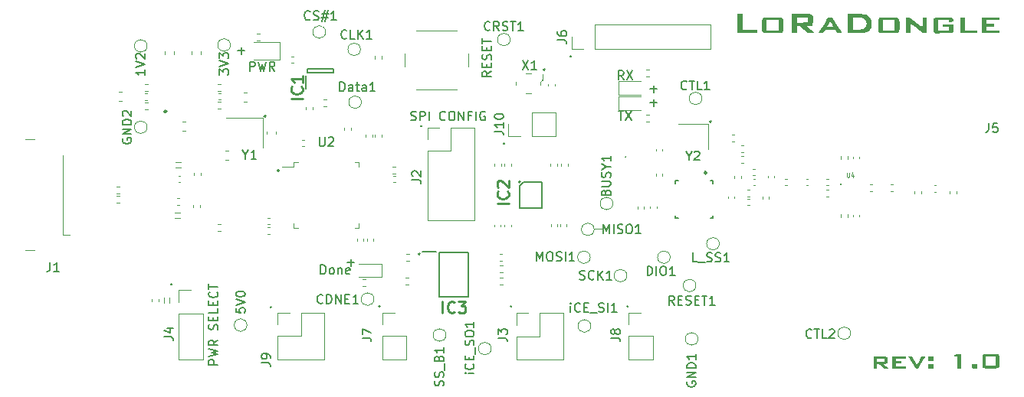
<source format=gto>
G04 #@! TF.GenerationSoftware,KiCad,Pcbnew,(6.0.1)*
G04 #@! TF.CreationDate,2022-02-07T11:20:35+02:00*
G04 #@! TF.ProjectId,LoRaDongle_iCE40,4c6f5261-446f-46e6-976c-655f69434534,1.0*
G04 #@! TF.SameCoordinates,Original*
G04 #@! TF.FileFunction,Legend,Top*
G04 #@! TF.FilePolarity,Positive*
%FSLAX46Y46*%
G04 Gerber Fmt 4.6, Leading zero omitted, Abs format (unit mm)*
G04 Created by KiCad (PCBNEW (6.0.1)) date 2022-02-07 11:20:35*
%MOMM*%
%LPD*%
G01*
G04 APERTURE LIST*
%ADD10C,0.120000*%
%ADD11C,0.150000*%
%ADD12C,0.254000*%
%ADD13C,0.124670*%
%ADD14C,0.200000*%
%ADD15C,0.100000*%
%ADD16C,0.250000*%
G04 APERTURE END LIST*
D10*
X163900000Y-101250000D02*
X163080000Y-101250000D01*
D11*
X160450000Y-82107142D02*
X160497619Y-82154761D01*
X160450000Y-82202380D01*
X160402380Y-82154761D01*
X160450000Y-82107142D01*
X160450000Y-82202380D01*
X157550000Y-83514285D02*
X157645238Y-83609523D01*
X157550000Y-83704761D01*
X157454761Y-83609523D01*
X157550000Y-83514285D01*
X157550000Y-83704761D01*
X175900000Y-89314285D02*
X175995238Y-89409523D01*
X175900000Y-89504761D01*
X175804761Y-89409523D01*
X175900000Y-89314285D01*
X175900000Y-89504761D01*
X121512380Y-116270952D02*
X120512380Y-116270952D01*
X120512380Y-115890000D01*
X120560000Y-115794761D01*
X120607619Y-115747142D01*
X120702857Y-115699523D01*
X120845714Y-115699523D01*
X120940952Y-115747142D01*
X120988571Y-115794761D01*
X121036190Y-115890000D01*
X121036190Y-116270952D01*
X120512380Y-115366190D02*
X121512380Y-115128095D01*
X120798095Y-114937619D01*
X121512380Y-114747142D01*
X120512380Y-114509047D01*
X121512380Y-113556666D02*
X121036190Y-113890000D01*
X121512380Y-114128095D02*
X120512380Y-114128095D01*
X120512380Y-113747142D01*
X120560000Y-113651904D01*
X120607619Y-113604285D01*
X120702857Y-113556666D01*
X120845714Y-113556666D01*
X120940952Y-113604285D01*
X120988571Y-113651904D01*
X121036190Y-113747142D01*
X121036190Y-114128095D01*
X121464761Y-112413809D02*
X121512380Y-112270952D01*
X121512380Y-112032857D01*
X121464761Y-111937619D01*
X121417142Y-111890000D01*
X121321904Y-111842380D01*
X121226666Y-111842380D01*
X121131428Y-111890000D01*
X121083809Y-111937619D01*
X121036190Y-112032857D01*
X120988571Y-112223333D01*
X120940952Y-112318571D01*
X120893333Y-112366190D01*
X120798095Y-112413809D01*
X120702857Y-112413809D01*
X120607619Y-112366190D01*
X120560000Y-112318571D01*
X120512380Y-112223333D01*
X120512380Y-111985238D01*
X120560000Y-111842380D01*
X120988571Y-111413809D02*
X120988571Y-111080476D01*
X121512380Y-110937619D02*
X121512380Y-111413809D01*
X120512380Y-111413809D01*
X120512380Y-110937619D01*
X121512380Y-110032857D02*
X121512380Y-110509047D01*
X120512380Y-110509047D01*
X120988571Y-109699523D02*
X120988571Y-109366190D01*
X121512380Y-109223333D02*
X121512380Y-109699523D01*
X120512380Y-109699523D01*
X120512380Y-109223333D01*
X121417142Y-108223333D02*
X121464761Y-108270952D01*
X121512380Y-108413809D01*
X121512380Y-108509047D01*
X121464761Y-108651904D01*
X121369523Y-108747142D01*
X121274285Y-108794761D01*
X121083809Y-108842380D01*
X120940952Y-108842380D01*
X120750476Y-108794761D01*
X120655238Y-108747142D01*
X120560000Y-108651904D01*
X120512380Y-108509047D01*
X120512380Y-108413809D01*
X120560000Y-108270952D01*
X120607619Y-108223333D01*
X120512380Y-107937619D02*
X120512380Y-107366190D01*
X121512380Y-107651904D02*
X120512380Y-107651904D01*
X116350000Y-107357142D02*
X116397619Y-107404761D01*
X116350000Y-107452380D01*
X116302380Y-107404761D01*
X116350000Y-107357142D01*
X116350000Y-107452380D01*
X169269047Y-87271428D02*
X170030952Y-87271428D01*
X169650000Y-87652380D02*
X169650000Y-86890476D01*
X153100000Y-91757142D02*
X153147619Y-91804761D01*
X153100000Y-91852380D01*
X153052380Y-91804761D01*
X153100000Y-91757142D01*
X153100000Y-91852380D01*
X126700000Y-88664285D02*
X126795238Y-88759523D01*
X126700000Y-88854761D01*
X126604761Y-88759523D01*
X126700000Y-88664285D01*
X126700000Y-88854761D01*
X139350000Y-109757142D02*
X139397619Y-109804761D01*
X139350000Y-109852380D01*
X139302380Y-109804761D01*
X139350000Y-109757142D01*
X139350000Y-109852380D01*
X128150000Y-94664285D02*
X128245238Y-94759523D01*
X128150000Y-94854761D01*
X128054761Y-94759523D01*
X128150000Y-94664285D01*
X128150000Y-94854761D01*
X127350000Y-109857142D02*
X127397619Y-109904761D01*
X127350000Y-109952380D01*
X127302380Y-109904761D01*
X127350000Y-109857142D01*
X127350000Y-109952380D01*
X169269047Y-85771428D02*
X170030952Y-85771428D01*
X169650000Y-86152380D02*
X169650000Y-85390476D01*
X135819047Y-104971428D02*
X136580952Y-104971428D01*
X136200000Y-105352380D02*
X136200000Y-104590476D01*
X143750000Y-103964285D02*
X143845238Y-104059523D01*
X143750000Y-104154761D01*
X143654761Y-104059523D01*
X143750000Y-103964285D01*
X143750000Y-104154761D01*
X144000000Y-89807142D02*
X144047619Y-89854761D01*
X144000000Y-89902380D01*
X143952380Y-89854761D01*
X144000000Y-89807142D01*
X144000000Y-89902380D01*
X166750000Y-109757142D02*
X166797619Y-109804761D01*
X166750000Y-109852380D01*
X166702380Y-109804761D01*
X166750000Y-109757142D01*
X166750000Y-109852380D01*
X123719047Y-81521428D02*
X124480952Y-81521428D01*
X124100000Y-81902380D02*
X124100000Y-81140476D01*
X153900000Y-109757142D02*
X153947619Y-109804761D01*
X153900000Y-109852380D01*
X153852380Y-109804761D01*
X153900000Y-109757142D01*
X153900000Y-109852380D01*
X142830952Y-89204761D02*
X142973809Y-89252380D01*
X143211904Y-89252380D01*
X143307142Y-89204761D01*
X143354761Y-89157142D01*
X143402380Y-89061904D01*
X143402380Y-88966666D01*
X143354761Y-88871428D01*
X143307142Y-88823809D01*
X143211904Y-88776190D01*
X143021428Y-88728571D01*
X142926190Y-88680952D01*
X142878571Y-88633333D01*
X142830952Y-88538095D01*
X142830952Y-88442857D01*
X142878571Y-88347619D01*
X142926190Y-88300000D01*
X143021428Y-88252380D01*
X143259523Y-88252380D01*
X143402380Y-88300000D01*
X143830952Y-89252380D02*
X143830952Y-88252380D01*
X144211904Y-88252380D01*
X144307142Y-88300000D01*
X144354761Y-88347619D01*
X144402380Y-88442857D01*
X144402380Y-88585714D01*
X144354761Y-88680952D01*
X144307142Y-88728571D01*
X144211904Y-88776190D01*
X143830952Y-88776190D01*
X144830952Y-89252380D02*
X144830952Y-88252380D01*
X146640476Y-89157142D02*
X146592857Y-89204761D01*
X146450000Y-89252380D01*
X146354761Y-89252380D01*
X146211904Y-89204761D01*
X146116666Y-89109523D01*
X146069047Y-89014285D01*
X146021428Y-88823809D01*
X146021428Y-88680952D01*
X146069047Y-88490476D01*
X146116666Y-88395238D01*
X146211904Y-88300000D01*
X146354761Y-88252380D01*
X146450000Y-88252380D01*
X146592857Y-88300000D01*
X146640476Y-88347619D01*
X147259523Y-88252380D02*
X147450000Y-88252380D01*
X147545238Y-88300000D01*
X147640476Y-88395238D01*
X147688095Y-88585714D01*
X147688095Y-88919047D01*
X147640476Y-89109523D01*
X147545238Y-89204761D01*
X147450000Y-89252380D01*
X147259523Y-89252380D01*
X147164285Y-89204761D01*
X147069047Y-89109523D01*
X147021428Y-88919047D01*
X147021428Y-88585714D01*
X147069047Y-88395238D01*
X147164285Y-88300000D01*
X147259523Y-88252380D01*
X148116666Y-89252380D02*
X148116666Y-88252380D01*
X148688095Y-89252380D01*
X148688095Y-88252380D01*
X149497619Y-88728571D02*
X149164285Y-88728571D01*
X149164285Y-89252380D02*
X149164285Y-88252380D01*
X149640476Y-88252380D01*
X150021428Y-89252380D02*
X150021428Y-88252380D01*
X151021428Y-88300000D02*
X150926190Y-88252380D01*
X150783333Y-88252380D01*
X150640476Y-88300000D01*
X150545238Y-88395238D01*
X150497619Y-88490476D01*
X150450000Y-88680952D01*
X150450000Y-88823809D01*
X150497619Y-89014285D01*
X150545238Y-89109523D01*
X150640476Y-89204761D01*
X150783333Y-89252380D01*
X150878571Y-89252380D01*
X151021428Y-89204761D01*
X151069047Y-89157142D01*
X151069047Y-88823809D01*
X150878571Y-88823809D01*
X187097619Y-113257142D02*
X187050000Y-113304761D01*
X186907142Y-113352380D01*
X186811904Y-113352380D01*
X186669047Y-113304761D01*
X186573809Y-113209523D01*
X186526190Y-113114285D01*
X186478571Y-112923809D01*
X186478571Y-112780952D01*
X186526190Y-112590476D01*
X186573809Y-112495238D01*
X186669047Y-112400000D01*
X186811904Y-112352380D01*
X186907142Y-112352380D01*
X187050000Y-112400000D01*
X187097619Y-112447619D01*
X187383333Y-112352380D02*
X187954761Y-112352380D01*
X187669047Y-113352380D02*
X187669047Y-112352380D01*
X188764285Y-113352380D02*
X188288095Y-113352380D01*
X188288095Y-112352380D01*
X189050000Y-112447619D02*
X189097619Y-112400000D01*
X189192857Y-112352380D01*
X189430952Y-112352380D01*
X189526190Y-112400000D01*
X189573809Y-112447619D01*
X189621428Y-112542857D01*
X189621428Y-112638095D01*
X189573809Y-112780952D01*
X189002380Y-113352380D01*
X189621428Y-113352380D01*
X149802380Y-117229523D02*
X149135714Y-117229523D01*
X148802380Y-117229523D02*
X148850000Y-117277142D01*
X148897619Y-117229523D01*
X148850000Y-117181904D01*
X148802380Y-117229523D01*
X148897619Y-117229523D01*
X149707142Y-116181904D02*
X149754761Y-116229523D01*
X149802380Y-116372380D01*
X149802380Y-116467619D01*
X149754761Y-116610476D01*
X149659523Y-116705714D01*
X149564285Y-116753333D01*
X149373809Y-116800952D01*
X149230952Y-116800952D01*
X149040476Y-116753333D01*
X148945238Y-116705714D01*
X148850000Y-116610476D01*
X148802380Y-116467619D01*
X148802380Y-116372380D01*
X148850000Y-116229523D01*
X148897619Y-116181904D01*
X149278571Y-115753333D02*
X149278571Y-115420000D01*
X149802380Y-115277142D02*
X149802380Y-115753333D01*
X148802380Y-115753333D01*
X148802380Y-115277142D01*
X149897619Y-115086666D02*
X149897619Y-114324761D01*
X149754761Y-114134285D02*
X149802380Y-113991428D01*
X149802380Y-113753333D01*
X149754761Y-113658095D01*
X149707142Y-113610476D01*
X149611904Y-113562857D01*
X149516666Y-113562857D01*
X149421428Y-113610476D01*
X149373809Y-113658095D01*
X149326190Y-113753333D01*
X149278571Y-113943809D01*
X149230952Y-114039047D01*
X149183333Y-114086666D01*
X149088095Y-114134285D01*
X148992857Y-114134285D01*
X148897619Y-114086666D01*
X148850000Y-114039047D01*
X148802380Y-113943809D01*
X148802380Y-113705714D01*
X148850000Y-113562857D01*
X148802380Y-112943809D02*
X148802380Y-112753333D01*
X148850000Y-112658095D01*
X148945238Y-112562857D01*
X149135714Y-112515238D01*
X149469047Y-112515238D01*
X149659523Y-112562857D01*
X149754761Y-112658095D01*
X149802380Y-112753333D01*
X149802380Y-112943809D01*
X149754761Y-113039047D01*
X149659523Y-113134285D01*
X149469047Y-113181904D01*
X149135714Y-113181904D01*
X148945238Y-113134285D01*
X148850000Y-113039047D01*
X148802380Y-112943809D01*
X149802380Y-111562857D02*
X149802380Y-112134285D01*
X149802380Y-111848571D02*
X148802380Y-111848571D01*
X148945238Y-111943809D01*
X149040476Y-112039047D01*
X149088095Y-112134285D01*
X161488095Y-106824761D02*
X161630952Y-106872380D01*
X161869047Y-106872380D01*
X161964285Y-106824761D01*
X162011904Y-106777142D01*
X162059523Y-106681904D01*
X162059523Y-106586666D01*
X162011904Y-106491428D01*
X161964285Y-106443809D01*
X161869047Y-106396190D01*
X161678571Y-106348571D01*
X161583333Y-106300952D01*
X161535714Y-106253333D01*
X161488095Y-106158095D01*
X161488095Y-106062857D01*
X161535714Y-105967619D01*
X161583333Y-105920000D01*
X161678571Y-105872380D01*
X161916666Y-105872380D01*
X162059523Y-105920000D01*
X163059523Y-106777142D02*
X163011904Y-106824761D01*
X162869047Y-106872380D01*
X162773809Y-106872380D01*
X162630952Y-106824761D01*
X162535714Y-106729523D01*
X162488095Y-106634285D01*
X162440476Y-106443809D01*
X162440476Y-106300952D01*
X162488095Y-106110476D01*
X162535714Y-106015238D01*
X162630952Y-105920000D01*
X162773809Y-105872380D01*
X162869047Y-105872380D01*
X163011904Y-105920000D01*
X163059523Y-105967619D01*
X163488095Y-106872380D02*
X163488095Y-105872380D01*
X164059523Y-106872380D02*
X163630952Y-106300952D01*
X164059523Y-105872380D02*
X163488095Y-106443809D01*
X165011904Y-106872380D02*
X164440476Y-106872380D01*
X164726190Y-106872380D02*
X164726190Y-105872380D01*
X164630952Y-106015238D01*
X164535714Y-106110476D01*
X164440476Y-106158095D01*
X160476190Y-110452380D02*
X160476190Y-109785714D01*
X160476190Y-109452380D02*
X160428571Y-109500000D01*
X160476190Y-109547619D01*
X160523809Y-109500000D01*
X160476190Y-109452380D01*
X160476190Y-109547619D01*
X161523809Y-110357142D02*
X161476190Y-110404761D01*
X161333333Y-110452380D01*
X161238095Y-110452380D01*
X161095238Y-110404761D01*
X161000000Y-110309523D01*
X160952380Y-110214285D01*
X160904761Y-110023809D01*
X160904761Y-109880952D01*
X160952380Y-109690476D01*
X161000000Y-109595238D01*
X161095238Y-109500000D01*
X161238095Y-109452380D01*
X161333333Y-109452380D01*
X161476190Y-109500000D01*
X161523809Y-109547619D01*
X161952380Y-109928571D02*
X162285714Y-109928571D01*
X162428571Y-110452380D02*
X161952380Y-110452380D01*
X161952380Y-109452380D01*
X162428571Y-109452380D01*
X162619047Y-110547619D02*
X163380952Y-110547619D01*
X163571428Y-110404761D02*
X163714285Y-110452380D01*
X163952380Y-110452380D01*
X164047619Y-110404761D01*
X164095238Y-110357142D01*
X164142857Y-110261904D01*
X164142857Y-110166666D01*
X164095238Y-110071428D01*
X164047619Y-110023809D01*
X163952380Y-109976190D01*
X163761904Y-109928571D01*
X163666666Y-109880952D01*
X163619047Y-109833333D01*
X163571428Y-109738095D01*
X163571428Y-109642857D01*
X163619047Y-109547619D01*
X163666666Y-109500000D01*
X163761904Y-109452380D01*
X164000000Y-109452380D01*
X164142857Y-109500000D01*
X164571428Y-110452380D02*
X164571428Y-109452380D01*
X165571428Y-110452380D02*
X165000000Y-110452380D01*
X165285714Y-110452380D02*
X165285714Y-109452380D01*
X165190476Y-109595238D01*
X165095238Y-109690476D01*
X165000000Y-109738095D01*
X164358571Y-97203333D02*
X164406190Y-97060476D01*
X164453809Y-97012857D01*
X164549047Y-96965238D01*
X164691904Y-96965238D01*
X164787142Y-97012857D01*
X164834761Y-97060476D01*
X164882380Y-97155714D01*
X164882380Y-97536666D01*
X163882380Y-97536666D01*
X163882380Y-97203333D01*
X163930000Y-97108095D01*
X163977619Y-97060476D01*
X164072857Y-97012857D01*
X164168095Y-97012857D01*
X164263333Y-97060476D01*
X164310952Y-97108095D01*
X164358571Y-97203333D01*
X164358571Y-97536666D01*
X163882380Y-96536666D02*
X164691904Y-96536666D01*
X164787142Y-96489047D01*
X164834761Y-96441428D01*
X164882380Y-96346190D01*
X164882380Y-96155714D01*
X164834761Y-96060476D01*
X164787142Y-96012857D01*
X164691904Y-95965238D01*
X163882380Y-95965238D01*
X164834761Y-95536666D02*
X164882380Y-95393809D01*
X164882380Y-95155714D01*
X164834761Y-95060476D01*
X164787142Y-95012857D01*
X164691904Y-94965238D01*
X164596666Y-94965238D01*
X164501428Y-95012857D01*
X164453809Y-95060476D01*
X164406190Y-95155714D01*
X164358571Y-95346190D01*
X164310952Y-95441428D01*
X164263333Y-95489047D01*
X164168095Y-95536666D01*
X164072857Y-95536666D01*
X163977619Y-95489047D01*
X163930000Y-95441428D01*
X163882380Y-95346190D01*
X163882380Y-95108095D01*
X163930000Y-94965238D01*
X164406190Y-94346190D02*
X164882380Y-94346190D01*
X163882380Y-94679523D02*
X164406190Y-94346190D01*
X163882380Y-94012857D01*
X164882380Y-93155714D02*
X164882380Y-93727142D01*
X164882380Y-93441428D02*
X163882380Y-93441428D01*
X164025238Y-93536666D01*
X164120476Y-93631904D01*
X164168095Y-93727142D01*
X113462380Y-83649047D02*
X113462380Y-84220476D01*
X113462380Y-83934761D02*
X112462380Y-83934761D01*
X112605238Y-84030000D01*
X112700476Y-84125238D01*
X112748095Y-84220476D01*
X112462380Y-83363333D02*
X113462380Y-83030000D01*
X112462380Y-82696666D01*
X112557619Y-82410952D02*
X112510000Y-82363333D01*
X112462380Y-82268095D01*
X112462380Y-82030000D01*
X112510000Y-81934761D01*
X112557619Y-81887142D01*
X112652857Y-81839523D01*
X112748095Y-81839523D01*
X112890952Y-81887142D01*
X113462380Y-82458571D01*
X113462380Y-81839523D01*
X146404761Y-118619047D02*
X146452380Y-118476190D01*
X146452380Y-118238095D01*
X146404761Y-118142857D01*
X146357142Y-118095238D01*
X146261904Y-118047619D01*
X146166666Y-118047619D01*
X146071428Y-118095238D01*
X146023809Y-118142857D01*
X145976190Y-118238095D01*
X145928571Y-118428571D01*
X145880952Y-118523809D01*
X145833333Y-118571428D01*
X145738095Y-118619047D01*
X145642857Y-118619047D01*
X145547619Y-118571428D01*
X145500000Y-118523809D01*
X145452380Y-118428571D01*
X145452380Y-118190476D01*
X145500000Y-118047619D01*
X146404761Y-117666666D02*
X146452380Y-117523809D01*
X146452380Y-117285714D01*
X146404761Y-117190476D01*
X146357142Y-117142857D01*
X146261904Y-117095238D01*
X146166666Y-117095238D01*
X146071428Y-117142857D01*
X146023809Y-117190476D01*
X145976190Y-117285714D01*
X145928571Y-117476190D01*
X145880952Y-117571428D01*
X145833333Y-117619047D01*
X145738095Y-117666666D01*
X145642857Y-117666666D01*
X145547619Y-117619047D01*
X145500000Y-117571428D01*
X145452380Y-117476190D01*
X145452380Y-117238095D01*
X145500000Y-117095238D01*
X146547619Y-116904761D02*
X146547619Y-116142857D01*
X145928571Y-115571428D02*
X145976190Y-115428571D01*
X146023809Y-115380952D01*
X146119047Y-115333333D01*
X146261904Y-115333333D01*
X146357142Y-115380952D01*
X146404761Y-115428571D01*
X146452380Y-115523809D01*
X146452380Y-115904761D01*
X145452380Y-115904761D01*
X145452380Y-115571428D01*
X145500000Y-115476190D01*
X145547619Y-115428571D01*
X145642857Y-115380952D01*
X145738095Y-115380952D01*
X145833333Y-115428571D01*
X145880952Y-115476190D01*
X145928571Y-115571428D01*
X145928571Y-115904761D01*
X146452380Y-114380952D02*
X146452380Y-114952380D01*
X146452380Y-114666666D02*
X145452380Y-114666666D01*
X145595238Y-114761904D01*
X145690476Y-114857142D01*
X145738095Y-114952380D01*
X171921428Y-109662380D02*
X171588095Y-109186190D01*
X171350000Y-109662380D02*
X171350000Y-108662380D01*
X171730952Y-108662380D01*
X171826190Y-108710000D01*
X171873809Y-108757619D01*
X171921428Y-108852857D01*
X171921428Y-108995714D01*
X171873809Y-109090952D01*
X171826190Y-109138571D01*
X171730952Y-109186190D01*
X171350000Y-109186190D01*
X172350000Y-109138571D02*
X172683333Y-109138571D01*
X172826190Y-109662380D02*
X172350000Y-109662380D01*
X172350000Y-108662380D01*
X172826190Y-108662380D01*
X173207142Y-109614761D02*
X173350000Y-109662380D01*
X173588095Y-109662380D01*
X173683333Y-109614761D01*
X173730952Y-109567142D01*
X173778571Y-109471904D01*
X173778571Y-109376666D01*
X173730952Y-109281428D01*
X173683333Y-109233809D01*
X173588095Y-109186190D01*
X173397619Y-109138571D01*
X173302380Y-109090952D01*
X173254761Y-109043333D01*
X173207142Y-108948095D01*
X173207142Y-108852857D01*
X173254761Y-108757619D01*
X173302380Y-108710000D01*
X173397619Y-108662380D01*
X173635714Y-108662380D01*
X173778571Y-108710000D01*
X174207142Y-109138571D02*
X174540476Y-109138571D01*
X174683333Y-109662380D02*
X174207142Y-109662380D01*
X174207142Y-108662380D01*
X174683333Y-108662380D01*
X174969047Y-108662380D02*
X175540476Y-108662380D01*
X175254761Y-109662380D02*
X175254761Y-108662380D01*
X176397619Y-109662380D02*
X175826190Y-109662380D01*
X176111904Y-109662380D02*
X176111904Y-108662380D01*
X176016666Y-108805238D01*
X175921428Y-108900476D01*
X175826190Y-108948095D01*
X164082380Y-101762380D02*
X164082380Y-100762380D01*
X164415714Y-101476666D01*
X164749047Y-100762380D01*
X164749047Y-101762380D01*
X165225238Y-101762380D02*
X165225238Y-100762380D01*
X165653809Y-101714761D02*
X165796666Y-101762380D01*
X166034761Y-101762380D01*
X166130000Y-101714761D01*
X166177619Y-101667142D01*
X166225238Y-101571904D01*
X166225238Y-101476666D01*
X166177619Y-101381428D01*
X166130000Y-101333809D01*
X166034761Y-101286190D01*
X165844285Y-101238571D01*
X165749047Y-101190952D01*
X165701428Y-101143333D01*
X165653809Y-101048095D01*
X165653809Y-100952857D01*
X165701428Y-100857619D01*
X165749047Y-100810000D01*
X165844285Y-100762380D01*
X166082380Y-100762380D01*
X166225238Y-100810000D01*
X166844285Y-100762380D02*
X167034761Y-100762380D01*
X167130000Y-100810000D01*
X167225238Y-100905238D01*
X167272857Y-101095714D01*
X167272857Y-101429047D01*
X167225238Y-101619523D01*
X167130000Y-101714761D01*
X167034761Y-101762380D01*
X166844285Y-101762380D01*
X166749047Y-101714761D01*
X166653809Y-101619523D01*
X166606190Y-101429047D01*
X166606190Y-101095714D01*
X166653809Y-100905238D01*
X166749047Y-100810000D01*
X166844285Y-100762380D01*
X168225238Y-101762380D02*
X167653809Y-101762380D01*
X167939523Y-101762380D02*
X167939523Y-100762380D01*
X167844285Y-100905238D01*
X167749047Y-101000476D01*
X167653809Y-101048095D01*
X111000000Y-91238095D02*
X110952380Y-91333333D01*
X110952380Y-91476190D01*
X111000000Y-91619047D01*
X111095238Y-91714285D01*
X111190476Y-91761904D01*
X111380952Y-91809523D01*
X111523809Y-91809523D01*
X111714285Y-91761904D01*
X111809523Y-91714285D01*
X111904761Y-91619047D01*
X111952380Y-91476190D01*
X111952380Y-91380952D01*
X111904761Y-91238095D01*
X111857142Y-91190476D01*
X111523809Y-91190476D01*
X111523809Y-91380952D01*
X111952380Y-90761904D02*
X110952380Y-90761904D01*
X111952380Y-90190476D01*
X110952380Y-90190476D01*
X111952380Y-89714285D02*
X110952380Y-89714285D01*
X110952380Y-89476190D01*
X111000000Y-89333333D01*
X111095238Y-89238095D01*
X111190476Y-89190476D01*
X111380952Y-89142857D01*
X111523809Y-89142857D01*
X111714285Y-89190476D01*
X111809523Y-89238095D01*
X111904761Y-89333333D01*
X111952380Y-89476190D01*
X111952380Y-89714285D01*
X111047619Y-88761904D02*
X111000000Y-88714285D01*
X110952380Y-88619047D01*
X110952380Y-88380952D01*
X111000000Y-88285714D01*
X111047619Y-88238095D01*
X111142857Y-88190476D01*
X111238095Y-88190476D01*
X111380952Y-88238095D01*
X111952380Y-88809523D01*
X111952380Y-88190476D01*
X151576190Y-79209142D02*
X151528571Y-79256761D01*
X151385714Y-79304380D01*
X151290476Y-79304380D01*
X151147619Y-79256761D01*
X151052380Y-79161523D01*
X151004761Y-79066285D01*
X150957142Y-78875809D01*
X150957142Y-78732952D01*
X151004761Y-78542476D01*
X151052380Y-78447238D01*
X151147619Y-78352000D01*
X151290476Y-78304380D01*
X151385714Y-78304380D01*
X151528571Y-78352000D01*
X151576190Y-78399619D01*
X152576190Y-79304380D02*
X152242857Y-78828190D01*
X152004761Y-79304380D02*
X152004761Y-78304380D01*
X152385714Y-78304380D01*
X152480952Y-78352000D01*
X152528571Y-78399619D01*
X152576190Y-78494857D01*
X152576190Y-78637714D01*
X152528571Y-78732952D01*
X152480952Y-78780571D01*
X152385714Y-78828190D01*
X152004761Y-78828190D01*
X152957142Y-79256761D02*
X153100000Y-79304380D01*
X153338095Y-79304380D01*
X153433333Y-79256761D01*
X153480952Y-79209142D01*
X153528571Y-79113904D01*
X153528571Y-79018666D01*
X153480952Y-78923428D01*
X153433333Y-78875809D01*
X153338095Y-78828190D01*
X153147619Y-78780571D01*
X153052380Y-78732952D01*
X153004761Y-78685333D01*
X152957142Y-78590095D01*
X152957142Y-78494857D01*
X153004761Y-78399619D01*
X153052380Y-78352000D01*
X153147619Y-78304380D01*
X153385714Y-78304380D01*
X153528571Y-78352000D01*
X153814285Y-78304380D02*
X154385714Y-78304380D01*
X154100000Y-79304380D02*
X154100000Y-78304380D01*
X155242857Y-79304380D02*
X154671428Y-79304380D01*
X154957142Y-79304380D02*
X154957142Y-78304380D01*
X154861904Y-78447238D01*
X154766666Y-78542476D01*
X154671428Y-78590095D01*
X125066666Y-83752380D02*
X125066666Y-82752380D01*
X125447619Y-82752380D01*
X125542857Y-82800000D01*
X125590476Y-82847619D01*
X125638095Y-82942857D01*
X125638095Y-83085714D01*
X125590476Y-83180952D01*
X125542857Y-83228571D01*
X125447619Y-83276190D01*
X125066666Y-83276190D01*
X125971428Y-82752380D02*
X126209523Y-83752380D01*
X126400000Y-83038095D01*
X126590476Y-83752380D01*
X126828571Y-82752380D01*
X127780952Y-83752380D02*
X127447619Y-83276190D01*
X127209523Y-83752380D02*
X127209523Y-82752380D01*
X127590476Y-82752380D01*
X127685714Y-82800000D01*
X127733333Y-82847619D01*
X127780952Y-82942857D01*
X127780952Y-83085714D01*
X127733333Y-83180952D01*
X127685714Y-83228571D01*
X127590476Y-83276190D01*
X127209523Y-83276190D01*
X152452380Y-113333333D02*
X153166666Y-113333333D01*
X153309523Y-113380952D01*
X153404761Y-113476190D01*
X153452380Y-113619047D01*
X153452380Y-113714285D01*
X152452380Y-112952380D02*
X152452380Y-112333333D01*
X152833333Y-112666666D01*
X152833333Y-112523809D01*
X152880952Y-112428571D01*
X152928571Y-112380952D01*
X153023809Y-112333333D01*
X153261904Y-112333333D01*
X153357142Y-112380952D01*
X153404761Y-112428571D01*
X153452380Y-112523809D01*
X153452380Y-112809523D01*
X153404761Y-112904761D01*
X153357142Y-112952380D01*
D12*
X146330238Y-110546523D02*
X146330238Y-109276523D01*
X147660714Y-110425571D02*
X147600238Y-110486047D01*
X147418809Y-110546523D01*
X147297857Y-110546523D01*
X147116428Y-110486047D01*
X146995476Y-110365095D01*
X146935000Y-110244142D01*
X146874523Y-110002238D01*
X146874523Y-109820809D01*
X146935000Y-109578904D01*
X146995476Y-109457952D01*
X147116428Y-109337000D01*
X147297857Y-109276523D01*
X147418809Y-109276523D01*
X147600238Y-109337000D01*
X147660714Y-109397476D01*
X148084047Y-109276523D02*
X148870238Y-109276523D01*
X148446904Y-109760333D01*
X148628333Y-109760333D01*
X148749285Y-109820809D01*
X148809761Y-109881285D01*
X148870238Y-110002238D01*
X148870238Y-110304619D01*
X148809761Y-110425571D01*
X148749285Y-110486047D01*
X148628333Y-110546523D01*
X148265476Y-110546523D01*
X148144523Y-110486047D01*
X148084047Y-110425571D01*
D11*
X137452380Y-113333333D02*
X138166666Y-113333333D01*
X138309523Y-113380952D01*
X138404761Y-113476190D01*
X138452380Y-113619047D01*
X138452380Y-113714285D01*
X137452380Y-112952380D02*
X137452380Y-112285714D01*
X138452380Y-112714285D01*
X159022380Y-80333333D02*
X159736666Y-80333333D01*
X159879523Y-80380952D01*
X159974761Y-80476190D01*
X160022380Y-80619047D01*
X160022380Y-80714285D01*
X159022380Y-79428571D02*
X159022380Y-79619047D01*
X159070000Y-79714285D01*
X159117619Y-79761904D01*
X159260476Y-79857142D01*
X159450952Y-79904761D01*
X159831904Y-79904761D01*
X159927142Y-79857142D01*
X159974761Y-79809523D01*
X160022380Y-79714285D01*
X160022380Y-79523809D01*
X159974761Y-79428571D01*
X159927142Y-79380952D01*
X159831904Y-79333333D01*
X159593809Y-79333333D01*
X159498571Y-79380952D01*
X159450952Y-79428571D01*
X159403333Y-79523809D01*
X159403333Y-79714285D01*
X159450952Y-79809523D01*
X159498571Y-79857142D01*
X159593809Y-79904761D01*
X151722380Y-83792380D02*
X151246190Y-84125714D01*
X151722380Y-84363809D02*
X150722380Y-84363809D01*
X150722380Y-83982857D01*
X150770000Y-83887619D01*
X150817619Y-83840000D01*
X150912857Y-83792380D01*
X151055714Y-83792380D01*
X151150952Y-83840000D01*
X151198571Y-83887619D01*
X151246190Y-83982857D01*
X151246190Y-84363809D01*
X151198571Y-83363809D02*
X151198571Y-83030476D01*
X151722380Y-82887619D02*
X151722380Y-83363809D01*
X150722380Y-83363809D01*
X150722380Y-82887619D01*
X151674761Y-82506666D02*
X151722380Y-82363809D01*
X151722380Y-82125714D01*
X151674761Y-82030476D01*
X151627142Y-81982857D01*
X151531904Y-81935238D01*
X151436666Y-81935238D01*
X151341428Y-81982857D01*
X151293809Y-82030476D01*
X151246190Y-82125714D01*
X151198571Y-82316190D01*
X151150952Y-82411428D01*
X151103333Y-82459047D01*
X151008095Y-82506666D01*
X150912857Y-82506666D01*
X150817619Y-82459047D01*
X150770000Y-82411428D01*
X150722380Y-82316190D01*
X150722380Y-82078095D01*
X150770000Y-81935238D01*
X151198571Y-81506666D02*
X151198571Y-81173333D01*
X151722380Y-81030476D02*
X151722380Y-81506666D01*
X150722380Y-81506666D01*
X150722380Y-81030476D01*
X150722380Y-80744761D02*
X150722380Y-80173333D01*
X151722380Y-80459047D02*
X150722380Y-80459047D01*
X123512380Y-110026666D02*
X123512380Y-110502857D01*
X123988571Y-110550476D01*
X123940952Y-110502857D01*
X123893333Y-110407619D01*
X123893333Y-110169523D01*
X123940952Y-110074285D01*
X123988571Y-110026666D01*
X124083809Y-109979047D01*
X124321904Y-109979047D01*
X124417142Y-110026666D01*
X124464761Y-110074285D01*
X124512380Y-110169523D01*
X124512380Y-110407619D01*
X124464761Y-110502857D01*
X124417142Y-110550476D01*
X123512380Y-109693333D02*
X124512380Y-109360000D01*
X123512380Y-109026666D01*
X123512380Y-108502857D02*
X123512380Y-108407619D01*
X123560000Y-108312380D01*
X123607619Y-108264761D01*
X123702857Y-108217142D01*
X123893333Y-108169523D01*
X124131428Y-108169523D01*
X124321904Y-108217142D01*
X124417142Y-108264761D01*
X124464761Y-108312380D01*
X124512380Y-108407619D01*
X124512380Y-108502857D01*
X124464761Y-108598095D01*
X124417142Y-108645714D01*
X124321904Y-108693333D01*
X124131428Y-108740952D01*
X123893333Y-108740952D01*
X123702857Y-108693333D01*
X123607619Y-108645714D01*
X123560000Y-108598095D01*
X123512380Y-108502857D01*
X115582380Y-113183333D02*
X116296666Y-113183333D01*
X116439523Y-113230952D01*
X116534761Y-113326190D01*
X116582380Y-113469047D01*
X116582380Y-113564285D01*
X115915714Y-112278571D02*
X116582380Y-112278571D01*
X115534761Y-112516666D02*
X116249047Y-112754761D01*
X116249047Y-112135714D01*
X142952380Y-95833333D02*
X143666666Y-95833333D01*
X143809523Y-95880952D01*
X143904761Y-95976190D01*
X143952380Y-96119047D01*
X143952380Y-96214285D01*
X143047619Y-95404761D02*
X143000000Y-95357142D01*
X142952380Y-95261904D01*
X142952380Y-95023809D01*
X143000000Y-94928571D01*
X143047619Y-94880952D01*
X143142857Y-94833333D01*
X143238095Y-94833333D01*
X143380952Y-94880952D01*
X143952380Y-95452380D01*
X143952380Y-94833333D01*
X102966666Y-104952380D02*
X102966666Y-105666666D01*
X102919047Y-105809523D01*
X102823809Y-105904761D01*
X102680952Y-105952380D01*
X102585714Y-105952380D01*
X103966666Y-105952380D02*
X103395238Y-105952380D01*
X103680952Y-105952380D02*
X103680952Y-104952380D01*
X103585714Y-105095238D01*
X103490476Y-105190476D01*
X103395238Y-105238095D01*
X124563809Y-93036190D02*
X124563809Y-93512380D01*
X124230476Y-92512380D02*
X124563809Y-93036190D01*
X124897142Y-92512380D01*
X125754285Y-93512380D02*
X125182857Y-93512380D01*
X125468571Y-93512380D02*
X125468571Y-92512380D01*
X125373333Y-92655238D01*
X125278095Y-92750476D01*
X125182857Y-92798095D01*
D13*
X190969034Y-95035369D02*
X190969034Y-95439063D01*
X190992781Y-95486557D01*
X191016528Y-95510304D01*
X191064021Y-95534050D01*
X191159008Y-95534050D01*
X191206501Y-95510304D01*
X191230248Y-95486557D01*
X191253995Y-95439063D01*
X191253995Y-95035369D01*
X191705182Y-95201596D02*
X191705182Y-95534050D01*
X191586449Y-95011623D02*
X191467715Y-95367823D01*
X191776422Y-95367823D01*
D11*
X206666666Y-89552380D02*
X206666666Y-90266666D01*
X206619047Y-90409523D01*
X206523809Y-90504761D01*
X206380952Y-90552380D01*
X206285714Y-90552380D01*
X207619047Y-89552380D02*
X207142857Y-89552380D01*
X207095238Y-90028571D01*
X207142857Y-89980952D01*
X207238095Y-89933333D01*
X207476190Y-89933333D01*
X207571428Y-89980952D01*
X207619047Y-90028571D01*
X207666666Y-90123809D01*
X207666666Y-90361904D01*
X207619047Y-90457142D01*
X207571428Y-90504761D01*
X207476190Y-90552380D01*
X207238095Y-90552380D01*
X207142857Y-90504761D01*
X207095238Y-90457142D01*
X173297619Y-85757142D02*
X173250000Y-85804761D01*
X173107142Y-85852380D01*
X173011904Y-85852380D01*
X172869047Y-85804761D01*
X172773809Y-85709523D01*
X172726190Y-85614285D01*
X172678571Y-85423809D01*
X172678571Y-85280952D01*
X172726190Y-85090476D01*
X172773809Y-84995238D01*
X172869047Y-84900000D01*
X173011904Y-84852380D01*
X173107142Y-84852380D01*
X173250000Y-84900000D01*
X173297619Y-84947619D01*
X173583333Y-84852380D02*
X174154761Y-84852380D01*
X173869047Y-85852380D02*
X173869047Y-84852380D01*
X174964285Y-85852380D02*
X174488095Y-85852380D01*
X174488095Y-84852380D01*
X175821428Y-85852380D02*
X175250000Y-85852380D01*
X175535714Y-85852380D02*
X175535714Y-84852380D01*
X175440476Y-84995238D01*
X175345238Y-85090476D01*
X175250000Y-85138095D01*
D12*
X130866523Y-86849761D02*
X129596523Y-86849761D01*
X130745571Y-85519285D02*
X130806047Y-85579761D01*
X130866523Y-85761190D01*
X130866523Y-85882142D01*
X130806047Y-86063571D01*
X130685095Y-86184523D01*
X130564142Y-86245000D01*
X130322238Y-86305476D01*
X130140809Y-86305476D01*
X129898904Y-86245000D01*
X129777952Y-86184523D01*
X129657000Y-86063571D01*
X129596523Y-85882142D01*
X129596523Y-85761190D01*
X129657000Y-85579761D01*
X129717476Y-85519285D01*
X130866523Y-84309761D02*
X130866523Y-85035476D01*
X130866523Y-84672619D02*
X129596523Y-84672619D01*
X129777952Y-84793571D01*
X129898904Y-84914523D01*
X129959380Y-85035476D01*
D11*
X132738095Y-91102380D02*
X132738095Y-91911904D01*
X132785714Y-92007142D01*
X132833333Y-92054761D01*
X132928571Y-92102380D01*
X133119047Y-92102380D01*
X133214285Y-92054761D01*
X133261904Y-92007142D01*
X133309523Y-91911904D01*
X133309523Y-91102380D01*
X133738095Y-91197619D02*
X133785714Y-91150000D01*
X133880952Y-91102380D01*
X134119047Y-91102380D01*
X134214285Y-91150000D01*
X134261904Y-91197619D01*
X134309523Y-91292857D01*
X134309523Y-91388095D01*
X134261904Y-91530952D01*
X133690476Y-92102380D01*
X134309523Y-92102380D01*
X155150476Y-82602380D02*
X155817142Y-83602380D01*
X155817142Y-82602380D02*
X155150476Y-83602380D01*
X156721904Y-83602380D02*
X156150476Y-83602380D01*
X156436190Y-83602380D02*
X156436190Y-82602380D01*
X156340952Y-82745238D01*
X156245714Y-82840476D01*
X156150476Y-82888095D01*
D12*
X153624523Y-98439761D02*
X152354523Y-98439761D01*
X153503571Y-97109285D02*
X153564047Y-97169761D01*
X153624523Y-97351190D01*
X153624523Y-97472142D01*
X153564047Y-97653571D01*
X153443095Y-97774523D01*
X153322142Y-97835000D01*
X153080238Y-97895476D01*
X152898809Y-97895476D01*
X152656904Y-97835000D01*
X152535952Y-97774523D01*
X152415000Y-97653571D01*
X152354523Y-97472142D01*
X152354523Y-97351190D01*
X152415000Y-97169761D01*
X152475476Y-97109285D01*
X152475476Y-96625476D02*
X152415000Y-96565000D01*
X152354523Y-96444047D01*
X152354523Y-96141666D01*
X152415000Y-96020714D01*
X152475476Y-95960238D01*
X152596428Y-95899761D01*
X152717380Y-95899761D01*
X152898809Y-95960238D01*
X153624523Y-96685952D01*
X153624523Y-95899761D01*
D11*
X133107142Y-109427142D02*
X133059523Y-109474761D01*
X132916666Y-109522380D01*
X132821428Y-109522380D01*
X132678571Y-109474761D01*
X132583333Y-109379523D01*
X132535714Y-109284285D01*
X132488095Y-109093809D01*
X132488095Y-108950952D01*
X132535714Y-108760476D01*
X132583333Y-108665238D01*
X132678571Y-108570000D01*
X132821428Y-108522380D01*
X132916666Y-108522380D01*
X133059523Y-108570000D01*
X133107142Y-108617619D01*
X133535714Y-109522380D02*
X133535714Y-108522380D01*
X133773809Y-108522380D01*
X133916666Y-108570000D01*
X134011904Y-108665238D01*
X134059523Y-108760476D01*
X134107142Y-108950952D01*
X134107142Y-109093809D01*
X134059523Y-109284285D01*
X134011904Y-109379523D01*
X133916666Y-109474761D01*
X133773809Y-109522380D01*
X133535714Y-109522380D01*
X134535714Y-109522380D02*
X134535714Y-108522380D01*
X135107142Y-109522380D01*
X135107142Y-108522380D01*
X135583333Y-108998571D02*
X135916666Y-108998571D01*
X136059523Y-109522380D02*
X135583333Y-109522380D01*
X135583333Y-108522380D01*
X136059523Y-108522380D01*
X137011904Y-109522380D02*
X136440476Y-109522380D01*
X136726190Y-109522380D02*
X136726190Y-108522380D01*
X136630952Y-108665238D01*
X136535714Y-108760476D01*
X136440476Y-108808095D01*
X165738095Y-88232380D02*
X166309523Y-88232380D01*
X166023809Y-89232380D02*
X166023809Y-88232380D01*
X166547619Y-88232380D02*
X167214285Y-89232380D01*
X167214285Y-88232380D02*
X166547619Y-89232380D01*
X166333333Y-84736380D02*
X166000000Y-84260190D01*
X165761904Y-84736380D02*
X165761904Y-83736380D01*
X166142857Y-83736380D01*
X166238095Y-83784000D01*
X166285714Y-83831619D01*
X166333333Y-83926857D01*
X166333333Y-84069714D01*
X166285714Y-84164952D01*
X166238095Y-84212571D01*
X166142857Y-84260190D01*
X165761904Y-84260190D01*
X166666666Y-83736380D02*
X167333333Y-84736380D01*
X167333333Y-83736380D02*
X166666666Y-84736380D01*
X164952380Y-113333333D02*
X165666666Y-113333333D01*
X165809523Y-113380952D01*
X165904761Y-113476190D01*
X165952380Y-113619047D01*
X165952380Y-113714285D01*
X165380952Y-112714285D02*
X165333333Y-112809523D01*
X165285714Y-112857142D01*
X165190476Y-112904761D01*
X165142857Y-112904761D01*
X165047619Y-112857142D01*
X165000000Y-112809523D01*
X164952380Y-112714285D01*
X164952380Y-112523809D01*
X165000000Y-112428571D01*
X165047619Y-112380952D01*
X165142857Y-112333333D01*
X165190476Y-112333333D01*
X165285714Y-112380952D01*
X165333333Y-112428571D01*
X165380952Y-112523809D01*
X165380952Y-112714285D01*
X165428571Y-112809523D01*
X165476190Y-112857142D01*
X165571428Y-112904761D01*
X165761904Y-112904761D01*
X165857142Y-112857142D01*
X165904761Y-112809523D01*
X165952380Y-112714285D01*
X165952380Y-112523809D01*
X165904761Y-112428571D01*
X165857142Y-112380952D01*
X165761904Y-112333333D01*
X165571428Y-112333333D01*
X165476190Y-112380952D01*
X165428571Y-112428571D01*
X165380952Y-112523809D01*
X126322380Y-116073333D02*
X127036666Y-116073333D01*
X127179523Y-116120952D01*
X127274761Y-116216190D01*
X127322380Y-116359047D01*
X127322380Y-116454285D01*
X127322380Y-115549523D02*
X127322380Y-115359047D01*
X127274761Y-115263809D01*
X127227142Y-115216190D01*
X127084285Y-115120952D01*
X126893809Y-115073333D01*
X126512857Y-115073333D01*
X126417619Y-115120952D01*
X126370000Y-115168571D01*
X126322380Y-115263809D01*
X126322380Y-115454285D01*
X126370000Y-115549523D01*
X126417619Y-115597142D01*
X126512857Y-115644761D01*
X126750952Y-115644761D01*
X126846190Y-115597142D01*
X126893809Y-115549523D01*
X126941428Y-115454285D01*
X126941428Y-115263809D01*
X126893809Y-115168571D01*
X126846190Y-115120952D01*
X126750952Y-115073333D01*
X168950000Y-106402380D02*
X168950000Y-105402380D01*
X169188095Y-105402380D01*
X169330952Y-105450000D01*
X169426190Y-105545238D01*
X169473809Y-105640476D01*
X169521428Y-105830952D01*
X169521428Y-105973809D01*
X169473809Y-106164285D01*
X169426190Y-106259523D01*
X169330952Y-106354761D01*
X169188095Y-106402380D01*
X168950000Y-106402380D01*
X169950000Y-106402380D02*
X169950000Y-105402380D01*
X170616666Y-105402380D02*
X170807142Y-105402380D01*
X170902380Y-105450000D01*
X170997619Y-105545238D01*
X171045238Y-105735714D01*
X171045238Y-106069047D01*
X170997619Y-106259523D01*
X170902380Y-106354761D01*
X170807142Y-106402380D01*
X170616666Y-106402380D01*
X170521428Y-106354761D01*
X170426190Y-106259523D01*
X170378571Y-106069047D01*
X170378571Y-105735714D01*
X170426190Y-105545238D01*
X170521428Y-105450000D01*
X170616666Y-105402380D01*
X171997619Y-106402380D02*
X171426190Y-106402380D01*
X171711904Y-106402380D02*
X171711904Y-105402380D01*
X171616666Y-105545238D01*
X171521428Y-105640476D01*
X171426190Y-105688095D01*
X174470000Y-104892380D02*
X173993809Y-104892380D01*
X173993809Y-103892380D01*
X174565238Y-104987619D02*
X175327142Y-104987619D01*
X175517619Y-104844761D02*
X175660476Y-104892380D01*
X175898571Y-104892380D01*
X175993809Y-104844761D01*
X176041428Y-104797142D01*
X176089047Y-104701904D01*
X176089047Y-104606666D01*
X176041428Y-104511428D01*
X175993809Y-104463809D01*
X175898571Y-104416190D01*
X175708095Y-104368571D01*
X175612857Y-104320952D01*
X175565238Y-104273333D01*
X175517619Y-104178095D01*
X175517619Y-104082857D01*
X175565238Y-103987619D01*
X175612857Y-103940000D01*
X175708095Y-103892380D01*
X175946190Y-103892380D01*
X176089047Y-103940000D01*
X176470000Y-104844761D02*
X176612857Y-104892380D01*
X176850952Y-104892380D01*
X176946190Y-104844761D01*
X176993809Y-104797142D01*
X177041428Y-104701904D01*
X177041428Y-104606666D01*
X176993809Y-104511428D01*
X176946190Y-104463809D01*
X176850952Y-104416190D01*
X176660476Y-104368571D01*
X176565238Y-104320952D01*
X176517619Y-104273333D01*
X176470000Y-104178095D01*
X176470000Y-104082857D01*
X176517619Y-103987619D01*
X176565238Y-103940000D01*
X176660476Y-103892380D01*
X176898571Y-103892380D01*
X177041428Y-103940000D01*
X177993809Y-104892380D02*
X177422380Y-104892380D01*
X177708095Y-104892380D02*
X177708095Y-103892380D01*
X177612857Y-104035238D01*
X177517619Y-104130476D01*
X177422380Y-104178095D01*
X121682380Y-84188095D02*
X121682380Y-83569047D01*
X122063333Y-83902380D01*
X122063333Y-83759523D01*
X122110952Y-83664285D01*
X122158571Y-83616666D01*
X122253809Y-83569047D01*
X122491904Y-83569047D01*
X122587142Y-83616666D01*
X122634761Y-83664285D01*
X122682380Y-83759523D01*
X122682380Y-84045238D01*
X122634761Y-84140476D01*
X122587142Y-84188095D01*
X121682380Y-83283333D02*
X122682380Y-82950000D01*
X121682380Y-82616666D01*
X121682380Y-82378571D02*
X121682380Y-81759523D01*
X122063333Y-82092857D01*
X122063333Y-81950000D01*
X122110952Y-81854761D01*
X122158571Y-81807142D01*
X122253809Y-81759523D01*
X122491904Y-81759523D01*
X122587142Y-81807142D01*
X122634761Y-81854761D01*
X122682380Y-81950000D01*
X122682380Y-82235714D01*
X122634761Y-82330952D01*
X122587142Y-82378571D01*
X156752380Y-104802380D02*
X156752380Y-103802380D01*
X157085714Y-104516666D01*
X157419047Y-103802380D01*
X157419047Y-104802380D01*
X158085714Y-103802380D02*
X158276190Y-103802380D01*
X158371428Y-103850000D01*
X158466666Y-103945238D01*
X158514285Y-104135714D01*
X158514285Y-104469047D01*
X158466666Y-104659523D01*
X158371428Y-104754761D01*
X158276190Y-104802380D01*
X158085714Y-104802380D01*
X157990476Y-104754761D01*
X157895238Y-104659523D01*
X157847619Y-104469047D01*
X157847619Y-104135714D01*
X157895238Y-103945238D01*
X157990476Y-103850000D01*
X158085714Y-103802380D01*
X158895238Y-104754761D02*
X159038095Y-104802380D01*
X159276190Y-104802380D01*
X159371428Y-104754761D01*
X159419047Y-104707142D01*
X159466666Y-104611904D01*
X159466666Y-104516666D01*
X159419047Y-104421428D01*
X159371428Y-104373809D01*
X159276190Y-104326190D01*
X159085714Y-104278571D01*
X158990476Y-104230952D01*
X158942857Y-104183333D01*
X158895238Y-104088095D01*
X158895238Y-103992857D01*
X158942857Y-103897619D01*
X158990476Y-103850000D01*
X159085714Y-103802380D01*
X159323809Y-103802380D01*
X159466666Y-103850000D01*
X159895238Y-104802380D02*
X159895238Y-103802380D01*
X160895238Y-104802380D02*
X160323809Y-104802380D01*
X160609523Y-104802380D02*
X160609523Y-103802380D01*
X160514285Y-103945238D01*
X160419047Y-104040476D01*
X160323809Y-104088095D01*
X173523809Y-93176190D02*
X173523809Y-93652380D01*
X173190476Y-92652380D02*
X173523809Y-93176190D01*
X173857142Y-92652380D01*
X174142857Y-92747619D02*
X174190476Y-92700000D01*
X174285714Y-92652380D01*
X174523809Y-92652380D01*
X174619047Y-92700000D01*
X174666666Y-92747619D01*
X174714285Y-92842857D01*
X174714285Y-92938095D01*
X174666666Y-93080952D01*
X174095238Y-93652380D01*
X174714285Y-93652380D01*
X173350000Y-118168095D02*
X173302380Y-118263333D01*
X173302380Y-118406190D01*
X173350000Y-118549047D01*
X173445238Y-118644285D01*
X173540476Y-118691904D01*
X173730952Y-118739523D01*
X173873809Y-118739523D01*
X174064285Y-118691904D01*
X174159523Y-118644285D01*
X174254761Y-118549047D01*
X174302380Y-118406190D01*
X174302380Y-118310952D01*
X174254761Y-118168095D01*
X174207142Y-118120476D01*
X173873809Y-118120476D01*
X173873809Y-118310952D01*
X174302380Y-117691904D02*
X173302380Y-117691904D01*
X174302380Y-117120476D01*
X173302380Y-117120476D01*
X174302380Y-116644285D02*
X173302380Y-116644285D01*
X173302380Y-116406190D01*
X173350000Y-116263333D01*
X173445238Y-116168095D01*
X173540476Y-116120476D01*
X173730952Y-116072857D01*
X173873809Y-116072857D01*
X174064285Y-116120476D01*
X174159523Y-116168095D01*
X174254761Y-116263333D01*
X174302380Y-116406190D01*
X174302380Y-116644285D01*
X174302380Y-115120476D02*
X174302380Y-115691904D01*
X174302380Y-115406190D02*
X173302380Y-115406190D01*
X173445238Y-115501428D01*
X173540476Y-115596666D01*
X173588095Y-115691904D01*
X132874761Y-106252380D02*
X132874761Y-105252380D01*
X133112857Y-105252380D01*
X133255714Y-105300000D01*
X133350952Y-105395238D01*
X133398571Y-105490476D01*
X133446190Y-105680952D01*
X133446190Y-105823809D01*
X133398571Y-106014285D01*
X133350952Y-106109523D01*
X133255714Y-106204761D01*
X133112857Y-106252380D01*
X132874761Y-106252380D01*
X134017619Y-106252380D02*
X133922380Y-106204761D01*
X133874761Y-106157142D01*
X133827142Y-106061904D01*
X133827142Y-105776190D01*
X133874761Y-105680952D01*
X133922380Y-105633333D01*
X134017619Y-105585714D01*
X134160476Y-105585714D01*
X134255714Y-105633333D01*
X134303333Y-105680952D01*
X134350952Y-105776190D01*
X134350952Y-106061904D01*
X134303333Y-106157142D01*
X134255714Y-106204761D01*
X134160476Y-106252380D01*
X134017619Y-106252380D01*
X134779523Y-105585714D02*
X134779523Y-106252380D01*
X134779523Y-105680952D02*
X134827142Y-105633333D01*
X134922380Y-105585714D01*
X135065238Y-105585714D01*
X135160476Y-105633333D01*
X135208095Y-105728571D01*
X135208095Y-106252380D01*
X136065238Y-106204761D02*
X135970000Y-106252380D01*
X135779523Y-106252380D01*
X135684285Y-106204761D01*
X135636666Y-106109523D01*
X135636666Y-105728571D01*
X135684285Y-105633333D01*
X135779523Y-105585714D01*
X135970000Y-105585714D01*
X136065238Y-105633333D01*
X136112857Y-105728571D01*
X136112857Y-105823809D01*
X135636666Y-105919047D01*
X152067380Y-90469523D02*
X152781666Y-90469523D01*
X152924523Y-90517142D01*
X153019761Y-90612380D01*
X153067380Y-90755238D01*
X153067380Y-90850476D01*
X153067380Y-89469523D02*
X153067380Y-90040952D01*
X153067380Y-89755238D02*
X152067380Y-89755238D01*
X152210238Y-89850476D01*
X152305476Y-89945714D01*
X152353095Y-90040952D01*
X152067380Y-88850476D02*
X152067380Y-88755238D01*
X152115000Y-88660000D01*
X152162619Y-88612380D01*
X152257857Y-88564761D01*
X152448333Y-88517142D01*
X152686428Y-88517142D01*
X152876904Y-88564761D01*
X152972142Y-88612380D01*
X153019761Y-88660000D01*
X153067380Y-88755238D01*
X153067380Y-88850476D01*
X153019761Y-88945714D01*
X152972142Y-88993333D01*
X152876904Y-89040952D01*
X152686428Y-89088571D01*
X152448333Y-89088571D01*
X152257857Y-89040952D01*
X152162619Y-88993333D01*
X152115000Y-88945714D01*
X152067380Y-88850476D01*
X134981428Y-86002380D02*
X134981428Y-85002380D01*
X135219523Y-85002380D01*
X135362380Y-85050000D01*
X135457619Y-85145238D01*
X135505238Y-85240476D01*
X135552857Y-85430952D01*
X135552857Y-85573809D01*
X135505238Y-85764285D01*
X135457619Y-85859523D01*
X135362380Y-85954761D01*
X135219523Y-86002380D01*
X134981428Y-86002380D01*
X136410000Y-86002380D02*
X136410000Y-85478571D01*
X136362380Y-85383333D01*
X136267142Y-85335714D01*
X136076666Y-85335714D01*
X135981428Y-85383333D01*
X136410000Y-85954761D02*
X136314761Y-86002380D01*
X136076666Y-86002380D01*
X135981428Y-85954761D01*
X135933809Y-85859523D01*
X135933809Y-85764285D01*
X135981428Y-85669047D01*
X136076666Y-85621428D01*
X136314761Y-85621428D01*
X136410000Y-85573809D01*
X136743333Y-85335714D02*
X137124285Y-85335714D01*
X136886190Y-85002380D02*
X136886190Y-85859523D01*
X136933809Y-85954761D01*
X137029047Y-86002380D01*
X137124285Y-86002380D01*
X137886190Y-86002380D02*
X137886190Y-85478571D01*
X137838571Y-85383333D01*
X137743333Y-85335714D01*
X137552857Y-85335714D01*
X137457619Y-85383333D01*
X137886190Y-85954761D02*
X137790952Y-86002380D01*
X137552857Y-86002380D01*
X137457619Y-85954761D01*
X137410000Y-85859523D01*
X137410000Y-85764285D01*
X137457619Y-85669047D01*
X137552857Y-85621428D01*
X137790952Y-85621428D01*
X137886190Y-85573809D01*
X138886190Y-86002380D02*
X138314761Y-86002380D01*
X138600476Y-86002380D02*
X138600476Y-85002380D01*
X138505238Y-85145238D01*
X138410000Y-85240476D01*
X138314761Y-85288095D01*
X131697142Y-78037142D02*
X131649523Y-78084761D01*
X131506666Y-78132380D01*
X131411428Y-78132380D01*
X131268571Y-78084761D01*
X131173333Y-77989523D01*
X131125714Y-77894285D01*
X131078095Y-77703809D01*
X131078095Y-77560952D01*
X131125714Y-77370476D01*
X131173333Y-77275238D01*
X131268571Y-77180000D01*
X131411428Y-77132380D01*
X131506666Y-77132380D01*
X131649523Y-77180000D01*
X131697142Y-77227619D01*
X132078095Y-78084761D02*
X132220952Y-78132380D01*
X132459047Y-78132380D01*
X132554285Y-78084761D01*
X132601904Y-78037142D01*
X132649523Y-77941904D01*
X132649523Y-77846666D01*
X132601904Y-77751428D01*
X132554285Y-77703809D01*
X132459047Y-77656190D01*
X132268571Y-77608571D01*
X132173333Y-77560952D01*
X132125714Y-77513333D01*
X132078095Y-77418095D01*
X132078095Y-77322857D01*
X132125714Y-77227619D01*
X132173333Y-77180000D01*
X132268571Y-77132380D01*
X132506666Y-77132380D01*
X132649523Y-77180000D01*
X133030476Y-77465714D02*
X133744761Y-77465714D01*
X133316190Y-77037142D02*
X133030476Y-78322857D01*
X133649523Y-77894285D02*
X132935238Y-77894285D01*
X133363809Y-78322857D02*
X133649523Y-77037142D01*
X134601904Y-78132380D02*
X134030476Y-78132380D01*
X134316190Y-78132380D02*
X134316190Y-77132380D01*
X134220952Y-77275238D01*
X134125714Y-77370476D01*
X134030476Y-77418095D01*
X135738571Y-80127142D02*
X135690952Y-80174761D01*
X135548095Y-80222380D01*
X135452857Y-80222380D01*
X135310000Y-80174761D01*
X135214761Y-80079523D01*
X135167142Y-79984285D01*
X135119523Y-79793809D01*
X135119523Y-79650952D01*
X135167142Y-79460476D01*
X135214761Y-79365238D01*
X135310000Y-79270000D01*
X135452857Y-79222380D01*
X135548095Y-79222380D01*
X135690952Y-79270000D01*
X135738571Y-79317619D01*
X136643333Y-80222380D02*
X136167142Y-80222380D01*
X136167142Y-79222380D01*
X136976666Y-80222380D02*
X136976666Y-79222380D01*
X137548095Y-80222380D02*
X137119523Y-79650952D01*
X137548095Y-79222380D02*
X136976666Y-79793809D01*
X138500476Y-80222380D02*
X137929047Y-80222380D01*
X138214761Y-80222380D02*
X138214761Y-79222380D01*
X138119523Y-79365238D01*
X138024285Y-79460476D01*
X137929047Y-79508095D01*
D10*
X138870000Y-82082379D02*
X138870000Y-82417621D01*
X139630000Y-82082379D02*
X139630000Y-82417621D01*
X191400000Y-112800000D02*
G75*
G03*
X191400000Y-112800000I-700000J0D01*
G01*
X151700000Y-114500000D02*
G75*
G03*
X151700000Y-114500000I-700000J0D01*
G01*
X166690000Y-106420000D02*
G75*
G03*
X166690000Y-106420000I-700000J0D01*
G01*
X162700000Y-112000000D02*
G75*
G03*
X162700000Y-112000000I-700000J0D01*
G01*
X165140000Y-98440000D02*
G75*
G03*
X165140000Y-98440000I-700000J0D01*
G01*
X113700000Y-81000000D02*
G75*
G03*
X113700000Y-81000000I-700000J0D01*
G01*
X146700000Y-113000000D02*
G75*
G03*
X146700000Y-113000000I-700000J0D01*
G01*
X174320000Y-107520000D02*
G75*
G03*
X174320000Y-107520000I-700000J0D01*
G01*
X163080000Y-101310000D02*
G75*
G03*
X163080000Y-101310000I-700000J0D01*
G01*
X113700000Y-90000000D02*
G75*
G03*
X113700000Y-90000000I-700000J0D01*
G01*
X153800000Y-80300000D02*
G75*
G03*
X153800000Y-80300000I-700000J0D01*
G01*
X128310000Y-82510000D02*
X128310000Y-80590000D01*
X125450000Y-82510000D02*
X128310000Y-82510000D01*
X128310000Y-80590000D02*
X125450000Y-80590000D01*
X130834165Y-91390000D02*
X131065835Y-91390000D01*
X130834165Y-92110000D02*
X131065835Y-92110000D01*
X157090000Y-113150000D02*
X157090000Y-110550000D01*
X159690000Y-110550000D02*
X159690000Y-115750000D01*
X157090000Y-110550000D02*
X159690000Y-110550000D01*
X154490000Y-111880000D02*
X154490000Y-110550000D01*
X154490000Y-110550000D02*
X155820000Y-110550000D01*
X154490000Y-113150000D02*
X154490000Y-115750000D01*
X154490000Y-113150000D02*
X157090000Y-113150000D01*
X154490000Y-115750000D02*
X159690000Y-115750000D01*
D14*
X145990000Y-108772000D02*
X145990000Y-103872000D01*
X149190000Y-103872000D02*
X149190000Y-108772000D01*
X149190000Y-108772000D02*
X145990000Y-108772000D01*
X144115000Y-103742000D02*
X145640000Y-103742000D01*
X145990000Y-103872000D02*
X149190000Y-103872000D01*
D10*
X135480000Y-90295835D02*
X135480000Y-90064165D01*
X136200000Y-90295835D02*
X136200000Y-90064165D01*
X141115835Y-96110000D02*
X140884165Y-96110000D01*
X141115835Y-95390000D02*
X140884165Y-95390000D01*
X140812379Y-95100000D02*
X141147621Y-95100000D01*
X140812379Y-94340000D02*
X141147621Y-94340000D01*
X126167621Y-80380000D02*
X125832379Y-80380000D01*
X126167621Y-79620000D02*
X125832379Y-79620000D01*
X110667621Y-97620000D02*
X110332379Y-97620000D01*
X110667621Y-98380000D02*
X110332379Y-98380000D01*
X110667621Y-97380000D02*
X110332379Y-97380000D01*
X110667621Y-96620000D02*
X110332379Y-96620000D01*
X139680000Y-113120000D02*
X139680000Y-115720000D01*
X139680000Y-110520000D02*
X141010000Y-110520000D01*
X139680000Y-111850000D02*
X139680000Y-110520000D01*
X142340000Y-113120000D02*
X142340000Y-115720000D01*
X139680000Y-115720000D02*
X142340000Y-115720000D01*
X139680000Y-113120000D02*
X142340000Y-113120000D01*
X163170000Y-78670000D02*
X175930000Y-78670000D01*
X160570000Y-81330000D02*
X160570000Y-80000000D01*
X161900000Y-81330000D02*
X160570000Y-81330000D01*
X163170000Y-81330000D02*
X163170000Y-78670000D01*
X163170000Y-81330000D02*
X175930000Y-81330000D01*
X175930000Y-81330000D02*
X175930000Y-78670000D01*
X116800000Y-94450000D02*
X117400000Y-94450000D01*
X116800000Y-93850000D02*
X117400000Y-93850000D01*
X119510000Y-98865835D02*
X119510000Y-98634165D01*
X118790000Y-98865835D02*
X118790000Y-98634165D01*
X143430000Y-85820000D02*
X147930000Y-85820000D01*
X147930000Y-79320000D02*
X143430000Y-79320000D01*
X142180000Y-81820000D02*
X142180000Y-83320000D01*
X149180000Y-83320000D02*
X149180000Y-81820000D01*
X152632379Y-107380000D02*
X152967621Y-107380000D01*
X152632379Y-106620000D02*
X152967621Y-106620000D01*
X152632379Y-106050000D02*
X152967621Y-106050000D01*
X152632379Y-105290000D02*
X152967621Y-105290000D01*
X142627621Y-104790000D02*
X142292379Y-104790000D01*
X142627621Y-104030000D02*
X142292379Y-104030000D01*
X142234879Y-107380000D02*
X142570121Y-107380000D01*
X142234879Y-106620000D02*
X142570121Y-106620000D01*
X137464879Y-106815000D02*
X137800121Y-106815000D01*
X137464879Y-107575000D02*
X137800121Y-107575000D01*
X138570000Y-91085835D02*
X138570000Y-90854165D01*
X137850000Y-91085835D02*
X137850000Y-90854165D01*
X126994165Y-100740000D02*
X127225835Y-100740000D01*
X126994165Y-100020000D02*
X127225835Y-100020000D01*
X152885835Y-104760000D02*
X152654165Y-104760000D01*
X152885835Y-104040000D02*
X152654165Y-104040000D01*
X136890000Y-102595835D02*
X136890000Y-102364165D01*
X137610000Y-102595835D02*
X137610000Y-102364165D01*
X124720000Y-111900000D02*
G75*
G03*
X124720000Y-111900000I-700000J0D01*
G01*
X119860000Y-110610000D02*
X119860000Y-115750000D01*
X117200000Y-108010000D02*
X118530000Y-108010000D01*
X117200000Y-110610000D02*
X119860000Y-110610000D01*
X117200000Y-110610000D02*
X117200000Y-115750000D01*
X117200000Y-115750000D02*
X119860000Y-115750000D01*
X117200000Y-109340000D02*
X117200000Y-108010000D01*
X144670000Y-91370000D02*
X144670000Y-90040000D01*
X144670000Y-90040000D02*
X146000000Y-90040000D01*
X144670000Y-92640000D02*
X144670000Y-100320000D01*
X144670000Y-100320000D02*
X149870000Y-100320000D01*
X149870000Y-90040000D02*
X149870000Y-100320000D01*
X147270000Y-92640000D02*
X147270000Y-90040000D01*
X147270000Y-90040000D02*
X149870000Y-90040000D01*
X144670000Y-92640000D02*
X147270000Y-92640000D01*
X116124000Y-108848000D02*
X116124000Y-109448000D01*
X115524000Y-108848000D02*
X115524000Y-109448000D01*
X114940000Y-109014165D02*
X114940000Y-109245835D01*
X114220000Y-109014165D02*
X114220000Y-109245835D01*
X121833621Y-101472000D02*
X121498379Y-101472000D01*
X121833621Y-100712000D02*
X121498379Y-100712000D01*
X101250000Y-103645000D02*
X100200000Y-103645000D01*
X104420000Y-101900000D02*
X104420000Y-93100000D01*
X104420000Y-101900000D02*
X105175000Y-101900000D01*
X101250000Y-91355000D02*
X100200000Y-91355000D01*
X127910000Y-90453733D02*
X127910000Y-90746267D01*
X126890000Y-90453733D02*
X126890000Y-90746267D01*
X122646267Y-92590000D02*
X122353733Y-92590000D01*
X122646267Y-93610000D02*
X122353733Y-93610000D01*
X126452000Y-92224000D02*
X126452000Y-88924000D01*
X126452000Y-88924000D02*
X122452000Y-88924000D01*
X170610000Y-92600200D02*
X170610000Y-92399800D01*
X169890000Y-92600200D02*
X169890000Y-92399800D01*
X179280000Y-95404800D02*
X179280000Y-95605200D01*
X178560000Y-95404800D02*
X178560000Y-95605200D01*
X169980000Y-98985835D02*
X169980000Y-98754165D01*
X169260000Y-98985835D02*
X169260000Y-98754165D01*
X200619800Y-97150000D02*
X200820200Y-97150000D01*
X200619800Y-96430000D02*
X200820200Y-96430000D01*
X179304165Y-92750000D02*
X179535835Y-92750000D01*
X179304165Y-92030000D02*
X179535835Y-92030000D01*
X184405835Y-95730000D02*
X184174165Y-95730000D01*
X184405835Y-96450000D02*
X184174165Y-96450000D01*
X186475800Y-95730000D02*
X186676200Y-95730000D01*
X186475800Y-96450000D02*
X186676200Y-96450000D01*
D15*
X190397000Y-96300000D02*
G75*
G03*
X190397000Y-96300000I-70000J0D01*
G01*
D11*
X176169999Y-99765000D02*
X176169999Y-100040000D01*
X172070000Y-99765000D02*
X172070000Y-100040000D01*
X172070000Y-100040000D02*
X172345000Y-100040000D01*
X175895000Y-95940001D02*
X176169999Y-95940001D01*
X172070000Y-95940001D02*
X172345000Y-95940001D01*
X172070000Y-95940001D02*
X172070000Y-96215000D01*
X175895000Y-100040000D02*
X176169999Y-100040000D01*
X176169999Y-95940001D02*
X176169999Y-96215000D01*
D16*
X175495000Y-95040001D02*
G75*
G03*
X175495000Y-95040001I-125000J0D01*
G01*
D14*
X166570000Y-93265000D02*
G75*
G03*
X166570000Y-93265000I-50000J0D01*
G01*
D10*
X174980000Y-86810000D02*
G75*
G03*
X174980000Y-86810000I-700000J0D01*
G01*
X180004165Y-98650000D02*
X180235835Y-98650000D01*
X180004165Y-97930000D02*
X180235835Y-97930000D01*
X177860000Y-97689800D02*
X177860000Y-97890200D01*
X178580000Y-97689800D02*
X178580000Y-97890200D01*
X170610000Y-95365835D02*
X170610000Y-95134165D01*
X169890000Y-95365835D02*
X169890000Y-95134165D01*
X191668000Y-93254165D02*
X191668000Y-93485835D01*
X192388000Y-93254165D02*
X192388000Y-93485835D01*
X203080000Y-97305835D02*
X203080000Y-97074165D01*
X202360000Y-97305835D02*
X202360000Y-97074165D01*
X180849835Y-94630000D02*
X180618165Y-94630000D01*
X180849835Y-95350000D02*
X180618165Y-95350000D01*
X191668000Y-99674165D02*
X191668000Y-99905835D01*
X192388000Y-99674165D02*
X192388000Y-99905835D01*
X193572165Y-96330000D02*
X193803835Y-96330000D01*
X193572165Y-97050000D02*
X193803835Y-97050000D01*
X180004165Y-96930000D02*
X180235835Y-96930000D01*
X180004165Y-97650000D02*
X180235835Y-97650000D01*
X180633800Y-96450000D02*
X180834200Y-96450000D01*
X180633800Y-95730000D02*
X180834200Y-95730000D01*
X188746165Y-96930000D02*
X188977835Y-96930000D01*
X188746165Y-97650000D02*
X188977835Y-97650000D01*
X178284165Y-90830000D02*
X178515835Y-90830000D01*
X178284165Y-91550000D02*
X178515835Y-91550000D01*
X167860000Y-99005835D02*
X167860000Y-98774165D01*
X168580000Y-99005835D02*
X168580000Y-98774165D01*
X181660000Y-97674165D02*
X181660000Y-97905835D01*
X182380000Y-97674165D02*
X182380000Y-97905835D01*
X179304165Y-93950000D02*
X179535835Y-93950000D01*
X179304165Y-93230000D02*
X179535835Y-93230000D01*
X182250000Y-95585835D02*
X182250000Y-95354165D01*
X182970000Y-95585835D02*
X182970000Y-95354165D01*
X196089835Y-96326000D02*
X195858165Y-96326000D01*
X196089835Y-97046000D02*
X195858165Y-97046000D01*
X188746165Y-96450000D02*
X188977835Y-96450000D01*
X188746165Y-95730000D02*
X188977835Y-95730000D01*
X198460000Y-97305835D02*
X198460000Y-97074165D01*
X199180000Y-97305835D02*
X199180000Y-97074165D01*
X190348000Y-99957621D02*
X190348000Y-99622379D01*
X191108000Y-99957621D02*
X191108000Y-99622379D01*
X190348000Y-93557621D02*
X190348000Y-93222379D01*
X191108000Y-93557621D02*
X191108000Y-93222379D01*
X113755621Y-87246000D02*
X113420379Y-87246000D01*
X113755621Y-88006000D02*
X113420379Y-88006000D01*
X113430379Y-85966000D02*
X113765621Y-85966000D01*
X113430379Y-85206000D02*
X113765621Y-85206000D01*
X115678000Y-81959267D02*
X115678000Y-81616733D01*
X116698000Y-81959267D02*
X116698000Y-81616733D01*
X118616000Y-81616733D02*
X118616000Y-81959267D01*
X119636000Y-81616733D02*
X119636000Y-81959267D01*
X117901767Y-90426000D02*
X117609233Y-90426000D01*
X117901767Y-89406000D02*
X117609233Y-89406000D01*
X113693835Y-86976000D02*
X113462165Y-86976000D01*
X113693835Y-86256000D02*
X113462165Y-86256000D01*
X110591733Y-86086000D02*
X110884267Y-86086000D01*
X110591733Y-87106000D02*
X110884267Y-87106000D01*
X138710000Y-102595835D02*
X138710000Y-102364165D01*
X137990000Y-102595835D02*
X137990000Y-102364165D01*
X117365835Y-96080000D02*
X117134165Y-96080000D01*
X117365835Y-95360000D02*
X117134165Y-95360000D01*
X126994165Y-101070000D02*
X127225835Y-101070000D01*
X126994165Y-101790000D02*
X127225835Y-101790000D01*
X129634165Y-82150000D02*
X129865835Y-82150000D01*
X129634165Y-82870000D02*
X129865835Y-82870000D01*
X131190000Y-88067621D02*
X131190000Y-87732379D01*
X131950000Y-88067621D02*
X131950000Y-87732379D01*
D14*
X131370000Y-83980000D02*
X131370000Y-83580000D01*
X131370000Y-83580000D02*
X134270000Y-83580000D01*
X131220000Y-85730000D02*
X131220000Y-84330000D01*
X134270000Y-83980000D02*
X131370000Y-83980000D01*
X134270000Y-83580000D02*
X134270000Y-83980000D01*
D10*
X133517621Y-86920000D02*
X133182379Y-86920000D01*
X133517621Y-87680000D02*
X133182379Y-87680000D01*
X119610000Y-95034165D02*
X119610000Y-95265835D01*
X118890000Y-95034165D02*
X118890000Y-95265835D01*
X117265835Y-97850000D02*
X117034165Y-97850000D01*
X117265835Y-98570000D02*
X117034165Y-98570000D01*
X116750000Y-99450000D02*
X117350000Y-99450000D01*
X116750000Y-100050000D02*
X117350000Y-100050000D01*
X130340000Y-93890000D02*
X129890000Y-93890000D01*
X136660000Y-93890000D02*
X137110000Y-93890000D01*
X130340000Y-101110000D02*
X129890000Y-101110000D01*
X137110000Y-93890000D02*
X137110000Y-94340000D01*
X129890000Y-93890000D02*
X129890000Y-94340000D01*
X129890000Y-94340000D02*
X128600000Y-94340000D01*
X129890000Y-101110000D02*
X129890000Y-100660000D01*
X137110000Y-101110000D02*
X137110000Y-100660000D01*
X136660000Y-101110000D02*
X137110000Y-101110000D01*
D16*
X115843000Y-88241000D02*
G75*
G03*
X115843000Y-88241000I-125000J0D01*
G01*
D10*
X152750000Y-101003835D02*
X152750000Y-100772165D01*
X152030000Y-101003835D02*
X152030000Y-100772165D01*
X153888000Y-101003835D02*
X153888000Y-100772165D01*
X153168000Y-101003835D02*
X153168000Y-100772165D01*
X159010000Y-100975835D02*
X159010000Y-100744165D01*
X158290000Y-100975835D02*
X158290000Y-100744165D01*
X159436000Y-94028165D02*
X159436000Y-94259835D01*
X160156000Y-94028165D02*
X160156000Y-94259835D01*
X158000000Y-85204165D02*
X158000000Y-85435835D01*
X158720000Y-85204165D02*
X158720000Y-85435835D01*
X154450000Y-85000000D02*
X154450000Y-85340000D01*
X157170000Y-85010000D02*
X157170000Y-85340000D01*
X155490000Y-86280000D02*
X156130000Y-86280000D01*
X157370000Y-84790000D02*
X157370000Y-84100000D01*
X155490000Y-84060000D02*
X156130000Y-84060000D01*
X157170000Y-85010001D02*
G75*
G03*
X157370000Y-84790000I-120002J310002D01*
G01*
D14*
X155270000Y-96036000D02*
X157324000Y-96036000D01*
X157324000Y-96036000D02*
X157324000Y-98944000D01*
X154816000Y-96490000D02*
X155270000Y-96036000D01*
X154816000Y-98944000D02*
X154816000Y-96490000D01*
X157324000Y-98944000D02*
X154816000Y-98944000D01*
X154916000Y-96036000D02*
G75*
G03*
X154916000Y-96036000I-100000J0D01*
G01*
D10*
X153158000Y-94058165D02*
X153158000Y-94289835D01*
X153878000Y-94058165D02*
X153878000Y-94289835D01*
X158968000Y-94028165D02*
X158968000Y-94259835D01*
X158248000Y-94028165D02*
X158248000Y-94259835D01*
X152070000Y-94033165D02*
X152070000Y-94264835D01*
X152790000Y-94033165D02*
X152790000Y-94264835D01*
X160022000Y-100975835D02*
X160022000Y-100744165D01*
X159302000Y-100975835D02*
X159302000Y-100744165D01*
X138750000Y-109030000D02*
G75*
G03*
X138750000Y-109030000I-700000J0D01*
G01*
X165800000Y-88085000D02*
X168260000Y-88085000D01*
X168260000Y-86615000D02*
X165800000Y-86615000D01*
X165800000Y-86615000D02*
X165800000Y-88085000D01*
X168260000Y-84915000D02*
X165800000Y-84915000D01*
X165800000Y-86385000D02*
X168260000Y-86385000D01*
X165800000Y-84915000D02*
X165800000Y-86385000D01*
X169167621Y-89380000D02*
X168832379Y-89380000D01*
X169167621Y-88620000D02*
X168832379Y-88620000D01*
X169167621Y-84380000D02*
X168832379Y-84380000D01*
X169167621Y-83620000D02*
X168832379Y-83620000D01*
X166880000Y-113110000D02*
X166880000Y-115710000D01*
X166880000Y-111840000D02*
X166880000Y-110510000D01*
X166880000Y-115710000D02*
X169540000Y-115710000D01*
X169540000Y-113110000D02*
X169540000Y-115710000D01*
X166880000Y-113110000D02*
X169540000Y-113110000D01*
X166880000Y-110510000D02*
X168210000Y-110510000D01*
X128080000Y-110520000D02*
X129410000Y-110520000D01*
X128080000Y-115720000D02*
X133280000Y-115720000D01*
X133280000Y-110520000D02*
X133280000Y-115720000D01*
X130680000Y-113120000D02*
X130680000Y-110520000D01*
X128080000Y-113120000D02*
X130680000Y-113120000D01*
X128080000Y-113120000D02*
X128080000Y-115720000D01*
X130680000Y-110520000D02*
X133280000Y-110520000D01*
X128080000Y-111850000D02*
X128080000Y-110520000D01*
X171480000Y-104390000D02*
G75*
G03*
X171480000Y-104390000I-700000J0D01*
G01*
X176900000Y-102900000D02*
G75*
G03*
X176900000Y-102900000I-700000J0D01*
G01*
X122900000Y-80900000D02*
G75*
G03*
X122900000Y-80900000I-700000J0D01*
G01*
X162650000Y-104390000D02*
G75*
G03*
X162650000Y-104390000I-700000J0D01*
G01*
X138850000Y-91085835D02*
X138850000Y-90854165D01*
X139570000Y-91085835D02*
X139570000Y-90854165D01*
X175650000Y-92400000D02*
X175650000Y-89600000D01*
X175650000Y-89600000D02*
X172350000Y-89600000D01*
X124684267Y-87156000D02*
X124391733Y-87156000D01*
X124684267Y-86136000D02*
X124391733Y-86136000D01*
X121584165Y-86240000D02*
X121815835Y-86240000D01*
X121584165Y-86960000D02*
X121815835Y-86960000D01*
X121532379Y-87980000D02*
X121867621Y-87980000D01*
X121532379Y-87220000D02*
X121867621Y-87220000D01*
X121835621Y-85980000D02*
X121500379Y-85980000D01*
X121835621Y-85220000D02*
X121500379Y-85220000D01*
X174550000Y-113430000D02*
G75*
G03*
X174550000Y-113430000I-700000J0D01*
G01*
X139567500Y-105125000D02*
X137107500Y-105125000D01*
X137107500Y-106595000D02*
X139567500Y-106595000D01*
X139567500Y-106595000D02*
X139567500Y-105125000D01*
X156215000Y-90990000D02*
X158815000Y-90990000D01*
X156215000Y-88330000D02*
X158815000Y-88330000D01*
X158815000Y-90990000D02*
X158815000Y-88330000D01*
X153615000Y-90990000D02*
X153615000Y-89660000D01*
X156215000Y-90990000D02*
X156215000Y-88330000D01*
X154945000Y-90990000D02*
X153615000Y-90990000D01*
G36*
X200536701Y-115859093D02*
G01*
X200279551Y-115868774D01*
X200140603Y-115870932D01*
X200055735Y-115863573D01*
X200013275Y-115845134D01*
X200004554Y-115831950D01*
X199996478Y-115775077D01*
X199994209Y-115676611D01*
X199996777Y-115590457D01*
X200006845Y-115395469D01*
X200536701Y-115395469D01*
X200536701Y-115859093D01*
G37*
G36*
X199535853Y-115382773D02*
G01*
X199605186Y-115392786D01*
X199624405Y-115403748D01*
X199607798Y-115438320D01*
X199562197Y-115521278D01*
X199492469Y-115644086D01*
X199403482Y-115798208D01*
X199300104Y-115975108D01*
X199251414Y-116057790D01*
X198880027Y-116686994D01*
X198731441Y-116696024D01*
X198582855Y-116705053D01*
X197777215Y-115378911D01*
X197997897Y-115380338D01*
X198218579Y-115381766D01*
X198740749Y-116277244D01*
X198812311Y-116150959D01*
X198858439Y-116068785D01*
X198926184Y-115947151D01*
X199005226Y-115804620D01*
X199062059Y-115701792D01*
X199240246Y-115378911D01*
X199433128Y-115378911D01*
X199535853Y-115382773D01*
G37*
G36*
X205961961Y-115457313D02*
G01*
X205977875Y-115318651D01*
X206002961Y-115221661D01*
X206038836Y-115158202D01*
X206087121Y-115120133D01*
X206106415Y-115111618D01*
X206162260Y-115102673D01*
X206273581Y-115094751D01*
X206429624Y-115088254D01*
X206619637Y-115083582D01*
X206832866Y-115081135D01*
X206931757Y-115080867D01*
X207676218Y-115080867D01*
X207757502Y-115162151D01*
X207785450Y-115191778D01*
X207806122Y-115223275D01*
X207820616Y-115266427D01*
X207830028Y-115331013D01*
X207835455Y-115426816D01*
X207837994Y-115563618D01*
X207838742Y-115751199D01*
X207838787Y-115887035D01*
X207840210Y-116126815D01*
X207839614Y-116313478D01*
X207829706Y-116453689D01*
X207803190Y-116554112D01*
X207752771Y-116621410D01*
X207671155Y-116662248D01*
X207551046Y-116683290D01*
X207385149Y-116691198D01*
X207166171Y-116692638D01*
X206955913Y-116693539D01*
X206711772Y-116694143D01*
X206497189Y-116691712D01*
X206320899Y-116686520D01*
X206191638Y-116678845D01*
X206118143Y-116668962D01*
X206111051Y-116666801D01*
X206056847Y-116636593D01*
X206016020Y-116586589D01*
X205986830Y-116508356D01*
X205967535Y-116393462D01*
X205956397Y-116233474D01*
X205951673Y-116019959D01*
X205951173Y-115892209D01*
X205951554Y-115853574D01*
X206348566Y-115853574D01*
X206349936Y-116030642D01*
X206353715Y-116183769D01*
X206359402Y-116300969D01*
X206366499Y-116370253D01*
X206370643Y-116383431D01*
X206409711Y-116390955D01*
X206503233Y-116397377D01*
X206639433Y-116402223D01*
X206806535Y-116405016D01*
X206917058Y-116405508D01*
X207441395Y-116405508D01*
X207441395Y-115345795D01*
X206348566Y-115345795D01*
X206348566Y-115853574D01*
X205951554Y-115853574D01*
X205953600Y-115645786D01*
X205961961Y-115457313D01*
G37*
G36*
X197506584Y-115610723D02*
G01*
X196413755Y-115610723D01*
X196413755Y-115908767D01*
X197042959Y-115908767D01*
X197042959Y-116140580D01*
X196413755Y-116140580D01*
X196413755Y-116471740D01*
X197506584Y-116471740D01*
X197506584Y-116703552D01*
X196016362Y-116703552D01*
X196016362Y-115378911D01*
X197506584Y-115378911D01*
X197506584Y-115610723D01*
G37*
G36*
X203550600Y-115102639D02*
G01*
X203577311Y-115147889D01*
X203592597Y-115226660D01*
X203599491Y-115346084D01*
X203601031Y-115513293D01*
X203600253Y-115735420D01*
X203599935Y-115892209D01*
X203599935Y-116703552D01*
X203202542Y-116703552D01*
X203202542Y-115415488D01*
X203028683Y-115405479D01*
X202927277Y-115397346D01*
X202874378Y-115380687D01*
X202852311Y-115344386D01*
X202844586Y-115289710D01*
X202839890Y-115245562D01*
X202842562Y-115214338D01*
X202862639Y-115191883D01*
X202910160Y-115174045D01*
X202995162Y-115156670D01*
X203127684Y-115135605D01*
X203268774Y-115114204D01*
X203371549Y-115096692D01*
X203450755Y-115084173D01*
X203509426Y-115083778D01*
X203550600Y-115102639D01*
G37*
G36*
X194634678Y-115378911D02*
G01*
X194893942Y-115378894D01*
X195094506Y-115381266D01*
X195243890Y-115389664D01*
X195349613Y-115407721D01*
X195419196Y-115439073D01*
X195460160Y-115487356D01*
X195480023Y-115556204D01*
X195486306Y-115649253D01*
X195486530Y-115770138D01*
X195486506Y-115790684D01*
X195483478Y-115956075D01*
X195468956Y-116067168D01*
X195434780Y-116135816D01*
X195372793Y-116173869D01*
X195274836Y-116193179D01*
X195204769Y-116199930D01*
X195026395Y-116214722D01*
X195327631Y-116450858D01*
X195628866Y-116686994D01*
X195372961Y-116696713D01*
X195117056Y-116706431D01*
X194837036Y-116456622D01*
X194710845Y-116346195D01*
X194619715Y-116273775D01*
X194550843Y-116231589D01*
X194491427Y-116211861D01*
X194428666Y-116206818D01*
X194425672Y-116206812D01*
X194294328Y-116206812D01*
X194294328Y-116703552D01*
X193930052Y-116703552D01*
X193930052Y-115770784D01*
X194294328Y-115770784D01*
X194298749Y-115869138D01*
X194309977Y-115937943D01*
X194317400Y-115953917D01*
X194357850Y-115962282D01*
X194450371Y-115967637D01*
X194580848Y-115969500D01*
X194722332Y-115967715D01*
X195104192Y-115958442D01*
X195135692Y-115868707D01*
X195146606Y-115749956D01*
X195128863Y-115694847D01*
X195110546Y-115659416D01*
X195085842Y-115635661D01*
X195042643Y-115621247D01*
X194968844Y-115613842D01*
X194852337Y-115611112D01*
X194692431Y-115610723D01*
X194294328Y-115610723D01*
X194294328Y-115770784D01*
X193930052Y-115770784D01*
X193930052Y-115378911D01*
X194634678Y-115378911D01*
G37*
G36*
X200536701Y-116686994D02*
G01*
X200279551Y-116696675D01*
X200140603Y-116698833D01*
X200055735Y-116691474D01*
X200013275Y-116673035D01*
X200004554Y-116659851D01*
X199996478Y-116602978D01*
X199994209Y-116504512D01*
X199996777Y-116418358D01*
X200006845Y-116223370D01*
X200536701Y-116223370D01*
X200536701Y-116686994D01*
G37*
G36*
X205371643Y-116686994D02*
G01*
X205114492Y-116696675D01*
X204975544Y-116698833D01*
X204890677Y-116691474D01*
X204848217Y-116673035D01*
X204839496Y-116659851D01*
X204831420Y-116602978D01*
X204829150Y-116504512D01*
X204831718Y-116418358D01*
X204841786Y-116223370D01*
X205371643Y-116223370D01*
X205371643Y-116686994D01*
G37*
G36*
X185996692Y-77463980D02*
G01*
X186362861Y-77467899D01*
X186650863Y-77473249D01*
X186870050Y-77485013D01*
X187029769Y-77508173D01*
X187139369Y-77547714D01*
X187208199Y-77608617D01*
X187245609Y-77695867D01*
X187260946Y-77814447D01*
X187263559Y-77969339D01*
X187262759Y-78138817D01*
X187256659Y-78391019D01*
X187231086Y-78569725D01*
X187175123Y-78688609D01*
X187077859Y-78761341D01*
X186928378Y-78801594D01*
X186716606Y-78822983D01*
X186542694Y-78834655D01*
X187012209Y-79201840D01*
X187183479Y-79336891D01*
X187326773Y-79451994D01*
X187429503Y-79536877D01*
X187479081Y-79581265D01*
X187481724Y-79585030D01*
X187441236Y-79592141D01*
X187332986Y-79597565D01*
X187176793Y-79600487D01*
X187098534Y-79600771D01*
X186715345Y-79600508D01*
X186283846Y-79206634D01*
X186106555Y-79046396D01*
X185978008Y-78936667D01*
X185883147Y-78867942D01*
X185806919Y-78830721D01*
X185734267Y-78815500D01*
X185659794Y-78812759D01*
X185467241Y-78812759D01*
X185467241Y-79601035D01*
X184897931Y-79601035D01*
X184897931Y-78418621D01*
X185467241Y-78418621D01*
X186025603Y-78417950D01*
X186241746Y-78414965D01*
X186428427Y-78407301D01*
X186566907Y-78396083D01*
X186638447Y-78382437D01*
X186641231Y-78380961D01*
X186678271Y-78310163D01*
X186687240Y-78160497D01*
X186685025Y-78107924D01*
X186671552Y-77871207D01*
X186069397Y-77859023D01*
X185467241Y-77846839D01*
X185467241Y-78418621D01*
X184897931Y-78418621D01*
X184897931Y-77450891D01*
X185996692Y-77463980D01*
G37*
G36*
X204035517Y-79294483D02*
G01*
X205393103Y-79294483D01*
X205393103Y-79601035D01*
X203510000Y-79601035D01*
X203510000Y-77849311D01*
X204035517Y-77849311D01*
X204035517Y-79294483D01*
G37*
G36*
X207845517Y-78155862D02*
G01*
X206400345Y-78155862D01*
X206400345Y-78550000D01*
X207232414Y-78550000D01*
X207232414Y-78856552D01*
X206400345Y-78856552D01*
X206400345Y-79294483D01*
X207845517Y-79294483D01*
X207845517Y-79601035D01*
X205874828Y-79601035D01*
X205874828Y-77849311D01*
X207845517Y-77849311D01*
X207845517Y-78155862D01*
G37*
G36*
X194446262Y-79073536D02*
G01*
X194444881Y-78853802D01*
X194444828Y-78751120D01*
X194448227Y-78452573D01*
X194460077Y-78230083D01*
X194482853Y-78072323D01*
X194519032Y-77967968D01*
X194571091Y-77905693D01*
X194636287Y-77875517D01*
X194706673Y-77868032D01*
X194850192Y-77861384D01*
X195052388Y-77855934D01*
X195298810Y-77852043D01*
X195575003Y-77850072D01*
X195662077Y-77849909D01*
X196008735Y-77849106D01*
X196277701Y-77852190D01*
X196478794Y-77866649D01*
X196621835Y-77899974D01*
X196716642Y-77959654D01*
X196773036Y-78053178D01*
X196800836Y-78188036D01*
X196809862Y-78371718D01*
X196809934Y-78611713D01*
X196809655Y-78725173D01*
X196809099Y-78979364D01*
X196806011Y-79161191D01*
X196798262Y-79285874D01*
X196783722Y-79368635D01*
X196760263Y-79424695D01*
X196725754Y-79469273D01*
X196702163Y-79493543D01*
X196594671Y-79601035D01*
X194659812Y-79601035D01*
X194552320Y-79493543D01*
X194510343Y-79447921D01*
X194481013Y-79398742D01*
X194462065Y-79330373D01*
X194458299Y-79294483D01*
X194970345Y-79294483D01*
X196284138Y-79294483D01*
X196284138Y-78155862D01*
X194970345Y-78155862D01*
X194970345Y-79294483D01*
X194458299Y-79294483D01*
X194451236Y-79227182D01*
X194446262Y-79073536D01*
G37*
G36*
X201538003Y-77849136D02*
G01*
X201670690Y-77849311D01*
X201977325Y-77849532D01*
X202208670Y-77851050D01*
X202377020Y-77855147D01*
X202494670Y-77863105D01*
X202573917Y-77876205D01*
X202627056Y-77895729D01*
X202666383Y-77922959D01*
X202701818Y-77956803D01*
X202776703Y-78064354D01*
X202807214Y-78176987D01*
X202789546Y-78267075D01*
X202749220Y-78300930D01*
X202671387Y-78321094D01*
X202545362Y-78344989D01*
X202486461Y-78354381D01*
X202363696Y-78369914D01*
X202304329Y-78361528D01*
X202285357Y-78319683D01*
X202283793Y-78270318D01*
X202283793Y-78155862D01*
X201057586Y-78155862D01*
X201057586Y-79294483D01*
X202283793Y-79294483D01*
X202283793Y-78900345D01*
X201626897Y-78900345D01*
X201626897Y-78593793D01*
X202809310Y-78593793D01*
X202809310Y-78983080D01*
X202809138Y-79164720D01*
X202801950Y-79305078D01*
X202777737Y-79409638D01*
X202726493Y-79483881D01*
X202638210Y-79533290D01*
X202502880Y-79563349D01*
X202310495Y-79579540D01*
X202051047Y-79587346D01*
X201714529Y-79592250D01*
X201696952Y-79592497D01*
X200751873Y-79605855D01*
X200641971Y-79495953D01*
X200599817Y-79450671D01*
X200570106Y-79402859D01*
X200550663Y-79337263D01*
X200539312Y-79238630D01*
X200533880Y-79091705D01*
X200532191Y-78881237D01*
X200532069Y-78725173D01*
X200531342Y-78459691D01*
X200535736Y-78253942D01*
X200555108Y-78100340D01*
X200599318Y-77991302D01*
X200678225Y-77919244D01*
X200801688Y-77876582D01*
X200979566Y-77855733D01*
X201221718Y-77849112D01*
X201538003Y-77849136D01*
G37*
G36*
X179467586Y-79206897D02*
G01*
X181087931Y-79206897D01*
X181087931Y-79601035D01*
X178898276Y-79601035D01*
X178898276Y-77455173D01*
X179467586Y-77455173D01*
X179467586Y-79206897D01*
G37*
G36*
X188507585Y-78540834D02*
G01*
X188628897Y-78337875D01*
X188723555Y-78180507D01*
X188751796Y-78133966D01*
X188911938Y-77871207D01*
X189171227Y-77858600D01*
X189430517Y-77845993D01*
X189934138Y-78686082D01*
X190080549Y-78930872D01*
X190211530Y-79150937D01*
X190320433Y-79335017D01*
X190400610Y-79471855D01*
X190445410Y-79550193D01*
X190452356Y-79563603D01*
X190420381Y-79582784D01*
X190322531Y-79596283D01*
X190189522Y-79601035D01*
X189912091Y-79601035D01*
X189701667Y-79204381D01*
X188599999Y-79228793D01*
X188394817Y-79601035D01*
X187879395Y-79601035D01*
X188235525Y-78998880D01*
X188293933Y-78900345D01*
X188793884Y-78900345D01*
X189145046Y-78900345D01*
X189307959Y-78897390D01*
X189430710Y-78889534D01*
X189492599Y-78878296D01*
X189496207Y-78874616D01*
X189475835Y-78820241D01*
X189423621Y-78718592D01*
X189352914Y-78592489D01*
X189277065Y-78464756D01*
X189209423Y-78358214D01*
X189163341Y-78295684D01*
X189153041Y-78287985D01*
X189120112Y-78324131D01*
X189058633Y-78419408D01*
X188980393Y-78555199D01*
X188958925Y-78594537D01*
X188793884Y-78900345D01*
X188293933Y-78900345D01*
X188372250Y-78768222D01*
X188507585Y-78540834D01*
G37*
G36*
X197822541Y-77852410D02*
G01*
X197890774Y-77866452D01*
X197967129Y-77898555D01*
X198063406Y-77955837D01*
X198191402Y-78045415D01*
X198362915Y-78174409D01*
X198589745Y-78349934D01*
X198621711Y-78374828D01*
X198830923Y-78536793D01*
X199016474Y-78678509D01*
X199167391Y-78791756D01*
X199272706Y-78868313D01*
X199321447Y-78899956D01*
X199322976Y-78900345D01*
X199333275Y-78859375D01*
X199341728Y-78747749D01*
X199347473Y-78582388D01*
X199349654Y-78380218D01*
X199349655Y-78374828D01*
X199349655Y-77849311D01*
X199831379Y-77849311D01*
X199831379Y-79601035D01*
X199638142Y-79601035D01*
X199568215Y-79597872D01*
X199501205Y-79583690D01*
X199425663Y-79551444D01*
X199330140Y-79494091D01*
X199203187Y-79404589D01*
X199033357Y-79275894D01*
X198809200Y-79100963D01*
X198751332Y-79055474D01*
X198057759Y-78509914D01*
X198045502Y-79055474D01*
X198033245Y-79601035D01*
X197554138Y-79601035D01*
X197554138Y-77849311D01*
X197750632Y-77849311D01*
X197822541Y-77852410D01*
G37*
G36*
X181614883Y-79073536D02*
G01*
X181613502Y-78853802D01*
X181613448Y-78751120D01*
X181616848Y-78452573D01*
X181628697Y-78230083D01*
X181651474Y-78072323D01*
X181687653Y-77967968D01*
X181739712Y-77905693D01*
X181804907Y-77875517D01*
X181875294Y-77868032D01*
X182018812Y-77861384D01*
X182221009Y-77855934D01*
X182467431Y-77852043D01*
X182743624Y-77850072D01*
X182830697Y-77849909D01*
X183177356Y-77849106D01*
X183446322Y-77852190D01*
X183647415Y-77866649D01*
X183790455Y-77899974D01*
X183885263Y-77959654D01*
X183941657Y-78053178D01*
X183969457Y-78188036D01*
X183978483Y-78371718D01*
X183978555Y-78611713D01*
X183978276Y-78725173D01*
X183977720Y-78979364D01*
X183974632Y-79161191D01*
X183966883Y-79285874D01*
X183952343Y-79368635D01*
X183928884Y-79424695D01*
X183894375Y-79469273D01*
X183870784Y-79493543D01*
X183763292Y-79601035D01*
X181828433Y-79601035D01*
X181720940Y-79493543D01*
X181678964Y-79447921D01*
X181649634Y-79398742D01*
X181630685Y-79330373D01*
X181626919Y-79294483D01*
X182138966Y-79294483D01*
X183452759Y-79294483D01*
X183452759Y-78155862D01*
X182138966Y-78155862D01*
X182138966Y-79294483D01*
X181626919Y-79294483D01*
X181619856Y-79227182D01*
X181614883Y-79073536D01*
G37*
G36*
X191940672Y-77455173D02*
G01*
X192311266Y-77457883D01*
X192606980Y-77467791D01*
X192840402Y-77487564D01*
X193024122Y-77519870D01*
X193170727Y-77567375D01*
X193292806Y-77632747D01*
X193402949Y-77718652D01*
X193465659Y-77778273D01*
X193621602Y-77978296D01*
X193710877Y-78207250D01*
X193738615Y-78481427D01*
X193732308Y-78624895D01*
X193670117Y-78927087D01*
X193538854Y-79180553D01*
X193344226Y-79378466D01*
X193091941Y-79513994D01*
X192955862Y-79554020D01*
X192849541Y-79568317D01*
X192673497Y-79580850D01*
X192445591Y-79590830D01*
X192183681Y-79597467D01*
X191915776Y-79599964D01*
X191072759Y-79601035D01*
X191072759Y-79218920D01*
X191642069Y-79218920D01*
X192156638Y-79197621D01*
X192403596Y-79184097D01*
X192583641Y-79165049D01*
X192717419Y-79137089D01*
X192825576Y-79096830D01*
X192853251Y-79083316D01*
X193015151Y-78956474D01*
X193118687Y-78784208D01*
X193164778Y-78585565D01*
X193154342Y-78379596D01*
X193088298Y-78185348D01*
X192967565Y-78021871D01*
X192796640Y-77909693D01*
X192659907Y-77876540D01*
X192442064Y-77856239D01*
X192148716Y-77849311D01*
X191642069Y-77849311D01*
X191642069Y-79218920D01*
X191072759Y-79218920D01*
X191072759Y-77455173D01*
X191940672Y-77455173D01*
G37*
X137370000Y-87230000D02*
G75*
G03*
X137370000Y-87230000I-700000J0D01*
G01*
X133410000Y-79460000D02*
G75*
G03*
X133410000Y-79460000I-700000J0D01*
G01*
X137270000Y-81380000D02*
G75*
G03*
X137270000Y-81380000I-700000J0D01*
G01*
M02*

</source>
